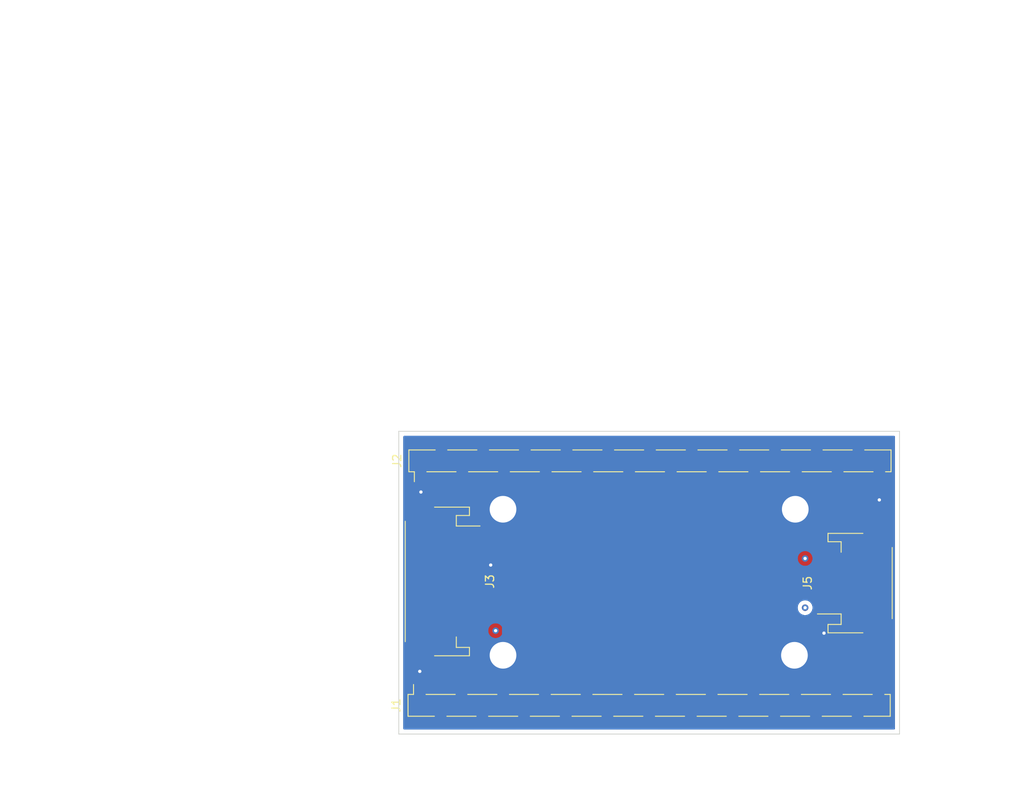
<source format=kicad_pcb>
(kicad_pcb (version 20171130) (host pcbnew "(5.1.10-1-10_14)")

  (general
    (thickness 1.6)
    (drawings 14)
    (tracks 77)
    (zones 0)
    (modules 4)
    (nets 11)
  )

  (page A4)
  (layers
    (0 F.Cu signal)
    (31 B.Cu signal)
    (32 B.Adhes user)
    (33 F.Adhes user)
    (34 B.Paste user)
    (35 F.Paste user)
    (36 B.SilkS user)
    (37 F.SilkS user)
    (38 B.Mask user)
    (39 F.Mask user)
    (40 Dwgs.User user)
    (41 Cmts.User user)
    (42 Eco1.User user)
    (43 Eco2.User user)
    (44 Edge.Cuts user)
    (45 Margin user)
    (46 B.CrtYd user)
    (47 F.CrtYd user)
    (48 B.Fab user)
    (49 F.Fab user)
  )

  (setup
    (last_trace_width 0.25)
    (trace_clearance 0.2)
    (zone_clearance 0.508)
    (zone_45_only no)
    (trace_min 0.2)
    (via_size 0.8)
    (via_drill 0.4)
    (via_min_size 0.4)
    (via_min_drill 0.3)
    (uvia_size 0.3)
    (uvia_drill 0.1)
    (uvias_allowed no)
    (uvia_min_size 0.2)
    (uvia_min_drill 0.1)
    (edge_width 0.1)
    (segment_width 0.2)
    (pcb_text_width 0.3)
    (pcb_text_size 1.5 1.5)
    (mod_edge_width 0.15)
    (mod_text_size 1 1)
    (mod_text_width 0.15)
    (pad_size 1.524 1.524)
    (pad_drill 0.762)
    (pad_to_mask_clearance 0)
    (aux_axis_origin 50 130)
    (grid_origin 50 130)
    (visible_elements FFFFFF7F)
    (pcbplotparams
      (layerselection 0x010fc_ffffffff)
      (usegerberextensions false)
      (usegerberattributes true)
      (usegerberadvancedattributes true)
      (creategerberjobfile true)
      (excludeedgelayer true)
      (linewidth 0.100000)
      (plotframeref false)
      (viasonmask false)
      (mode 1)
      (useauxorigin false)
      (hpglpennumber 1)
      (hpglpenspeed 20)
      (hpglpendiameter 15.000000)
      (psnegative false)
      (psa4output false)
      (plotreference true)
      (plotvalue true)
      (plotinvisibletext false)
      (padsonsilk false)
      (subtractmaskfromsilk false)
      (outputformat 1)
      (mirror false)
      (drillshape 1)
      (scaleselection 1)
      (outputdirectory ""))
  )

  (net 0 "")
  (net 1 GND)
  (net 2 +5V)
  (net 3 /IO18)
  (net 4 /IO17)
  (net 5 +3V3)
  (net 6 /IO35)
  (net 7 /IO36)
  (net 8 /IO37)
  (net 9 /IO38)
  (net 10 /IO39)

  (net_class Default 这是默认网络类。
    (clearance 0.2)
    (trace_width 0.25)
    (via_dia 0.8)
    (via_drill 0.4)
    (uvia_dia 0.3)
    (uvia_drill 0.1)
    (add_net +3V3)
    (add_net +5V)
    (add_net /EN)
    (add_net /IO0)
    (add_net /IO1)
    (add_net /IO10)
    (add_net /IO11)
    (add_net /IO12)
    (add_net /IO13)
    (add_net /IO14)
    (add_net /IO15)
    (add_net /IO16)
    (add_net /IO17)
    (add_net /IO18)
    (add_net /IO19)
    (add_net /IO2)
    (add_net /IO20)
    (add_net /IO21)
    (add_net /IO26)
    (add_net /IO3)
    (add_net /IO33)
    (add_net /IO34)
    (add_net /IO35)
    (add_net /IO36)
    (add_net /IO37)
    (add_net /IO38)
    (add_net /IO39)
    (add_net /IO4)
    (add_net /IO40)
    (add_net /IO41)
    (add_net /IO42)
    (add_net /IO45)
    (add_net /IO46)
    (add_net /IO5)
    (add_net /IO6)
    (add_net /IO7)
    (add_net /IO8)
    (add_net /IO9)
    (add_net /RXD0)
    (add_net /TXD0)
    (add_net GND)
  )

  (module Connector_PinSocket_2.54mm:PinSocket_1x23_P2.54mm_Vertical_SMD_Pin1Left (layer F.Cu) (tedit 5A19A41F) (tstamp 60BD8CE7)
    (at 80.6 96.7 90)
    (descr "surface-mounted straight socket strip, 1x23, 2.54mm pitch, single row, style 1 (pin 1 left) (https://cdn.harwin.com/pdfs/M20-786.pdf), script generated")
    (tags "Surface mounted socket strip SMD 1x23 2.54mm single row style1 pin1 left")
    (path /60B86622)
    (attr smd)
    (fp_text reference J2 (at 0 -30.81 90) (layer F.SilkS)
      (effects (font (size 1 1) (thickness 0.15)))
    )
    (fp_text value Conn_01x23_Female (at 0 30.81 90) (layer F.Fab)
      (effects (font (size 1 1) (thickness 0.15)))
    )
    (fp_text user %R (at 0 0) (layer F.Fab)
      (effects (font (size 1 1) (thickness 0.15)))
    )
    (fp_line (start -1.33 -29.37) (end 1.33 -29.37) (layer F.SilkS) (width 0.12))
    (fp_line (start 1.33 -29.37) (end 1.33 -26.16) (layer F.SilkS) (width 0.12))
    (fp_line (start 1.33 -24.64) (end 1.33 -21.08) (layer F.SilkS) (width 0.12))
    (fp_line (start 1.33 -19.56) (end 1.33 -16) (layer F.SilkS) (width 0.12))
    (fp_line (start 1.33 -14.48) (end 1.33 -10.92) (layer F.SilkS) (width 0.12))
    (fp_line (start 1.33 -9.4) (end 1.33 -5.84) (layer F.SilkS) (width 0.12))
    (fp_line (start 1.33 -4.32) (end 1.33 -0.76) (layer F.SilkS) (width 0.12))
    (fp_line (start 1.33 0.76) (end 1.33 4.32) (layer F.SilkS) (width 0.12))
    (fp_line (start 1.33 5.84) (end 1.33 9.4) (layer F.SilkS) (width 0.12))
    (fp_line (start 1.33 10.92) (end 1.33 14.48) (layer F.SilkS) (width 0.12))
    (fp_line (start 1.33 16) (end 1.33 19.56) (layer F.SilkS) (width 0.12))
    (fp_line (start 1.33 21.08) (end 1.33 24.64) (layer F.SilkS) (width 0.12))
    (fp_line (start 1.33 26.16) (end 1.33 29.37) (layer F.SilkS) (width 0.12))
    (fp_line (start -1.33 29.37) (end 1.33 29.37) (layer F.SilkS) (width 0.12))
    (fp_line (start -1.33 -29.37) (end -1.33 -28.7) (layer F.SilkS) (width 0.12))
    (fp_line (start -1.33 -27.18) (end -1.33 -23.62) (layer F.SilkS) (width 0.12))
    (fp_line (start -1.33 -22.1) (end -1.33 -18.54) (layer F.SilkS) (width 0.12))
    (fp_line (start -1.33 -17.02) (end -1.33 -13.46) (layer F.SilkS) (width 0.12))
    (fp_line (start -1.33 -11.94) (end -1.33 -8.38) (layer F.SilkS) (width 0.12))
    (fp_line (start -1.33 -6.86) (end -1.33 -3.3) (layer F.SilkS) (width 0.12))
    (fp_line (start -1.33 -1.78) (end -1.33 1.78) (layer F.SilkS) (width 0.12))
    (fp_line (start -1.33 3.3) (end -1.33 6.86) (layer F.SilkS) (width 0.12))
    (fp_line (start -1.33 8.38) (end -1.33 11.94) (layer F.SilkS) (width 0.12))
    (fp_line (start -1.33 13.46) (end -1.33 17.02) (layer F.SilkS) (width 0.12))
    (fp_line (start -1.33 18.54) (end -1.33 22.1) (layer F.SilkS) (width 0.12))
    (fp_line (start -1.33 23.62) (end -1.33 27.18) (layer F.SilkS) (width 0.12))
    (fp_line (start -1.33 28.7) (end -1.33 29.37) (layer F.SilkS) (width 0.12))
    (fp_line (start -2.54 -28.7) (end -1.33 -28.7) (layer F.SilkS) (width 0.12))
    (fp_line (start -0.635 -29.31) (end 1.27 -29.31) (layer F.Fab) (width 0.1))
    (fp_line (start 1.27 -29.31) (end 1.27 29.31) (layer F.Fab) (width 0.1))
    (fp_line (start 1.27 29.31) (end -1.27 29.31) (layer F.Fab) (width 0.1))
    (fp_line (start -1.27 29.31) (end -1.27 -28.675) (layer F.Fab) (width 0.1))
    (fp_line (start -1.27 -28.675) (end -0.635 -29.31) (layer F.Fab) (width 0.1))
    (fp_line (start -2.27 -28.24) (end -1.27 -28.24) (layer F.Fab) (width 0.1))
    (fp_line (start -1.27 -27.64) (end -2.27 -27.64) (layer F.Fab) (width 0.1))
    (fp_line (start -2.27 -27.64) (end -2.27 -28.24) (layer F.Fab) (width 0.1))
    (fp_line (start 1.27 -25.7) (end 2.27 -25.7) (layer F.Fab) (width 0.1))
    (fp_line (start 2.27 -25.7) (end 2.27 -25.1) (layer F.Fab) (width 0.1))
    (fp_line (start 2.27 -25.1) (end 1.27 -25.1) (layer F.Fab) (width 0.1))
    (fp_line (start -2.27 -23.16) (end -1.27 -23.16) (layer F.Fab) (width 0.1))
    (fp_line (start -1.27 -22.56) (end -2.27 -22.56) (layer F.Fab) (width 0.1))
    (fp_line (start -2.27 -22.56) (end -2.27 -23.16) (layer F.Fab) (width 0.1))
    (fp_line (start 1.27 -20.62) (end 2.27 -20.62) (layer F.Fab) (width 0.1))
    (fp_line (start 2.27 -20.62) (end 2.27 -20.02) (layer F.Fab) (width 0.1))
    (fp_line (start 2.27 -20.02) (end 1.27 -20.02) (layer F.Fab) (width 0.1))
    (fp_line (start -2.27 -18.08) (end -1.27 -18.08) (layer F.Fab) (width 0.1))
    (fp_line (start -1.27 -17.48) (end -2.27 -17.48) (layer F.Fab) (width 0.1))
    (fp_line (start -2.27 -17.48) (end -2.27 -18.08) (layer F.Fab) (width 0.1))
    (fp_line (start 1.27 -15.54) (end 2.27 -15.54) (layer F.Fab) (width 0.1))
    (fp_line (start 2.27 -15.54) (end 2.27 -14.94) (layer F.Fab) (width 0.1))
    (fp_line (start 2.27 -14.94) (end 1.27 -14.94) (layer F.Fab) (width 0.1))
    (fp_line (start -2.27 -13) (end -1.27 -13) (layer F.Fab) (width 0.1))
    (fp_line (start -1.27 -12.4) (end -2.27 -12.4) (layer F.Fab) (width 0.1))
    (fp_line (start -2.27 -12.4) (end -2.27 -13) (layer F.Fab) (width 0.1))
    (fp_line (start 1.27 -10.46) (end 2.27 -10.46) (layer F.Fab) (width 0.1))
    (fp_line (start 2.27 -10.46) (end 2.27 -9.86) (layer F.Fab) (width 0.1))
    (fp_line (start 2.27 -9.86) (end 1.27 -9.86) (layer F.Fab) (width 0.1))
    (fp_line (start -2.27 -7.92) (end -1.27 -7.92) (layer F.Fab) (width 0.1))
    (fp_line (start -1.27 -7.32) (end -2.27 -7.32) (layer F.Fab) (width 0.1))
    (fp_line (start -2.27 -7.32) (end -2.27 -7.92) (layer F.Fab) (width 0.1))
    (fp_line (start 1.27 -5.38) (end 2.27 -5.38) (layer F.Fab) (width 0.1))
    (fp_line (start 2.27 -5.38) (end 2.27 -4.78) (layer F.Fab) (width 0.1))
    (fp_line (start 2.27 -4.78) (end 1.27 -4.78) (layer F.Fab) (width 0.1))
    (fp_line (start -2.27 -2.84) (end -1.27 -2.84) (layer F.Fab) (width 0.1))
    (fp_line (start -1.27 -2.24) (end -2.27 -2.24) (layer F.Fab) (width 0.1))
    (fp_line (start -2.27 -2.24) (end -2.27 -2.84) (layer F.Fab) (width 0.1))
    (fp_line (start 1.27 -0.3) (end 2.27 -0.3) (layer F.Fab) (width 0.1))
    (fp_line (start 2.27 -0.3) (end 2.27 0.3) (layer F.Fab) (width 0.1))
    (fp_line (start 2.27 0.3) (end 1.27 0.3) (layer F.Fab) (width 0.1))
    (fp_line (start -2.27 2.24) (end -1.27 2.24) (layer F.Fab) (width 0.1))
    (fp_line (start -1.27 2.84) (end -2.27 2.84) (layer F.Fab) (width 0.1))
    (fp_line (start -2.27 2.84) (end -2.27 2.24) (layer F.Fab) (width 0.1))
    (fp_line (start 1.27 4.78) (end 2.27 4.78) (layer F.Fab) (width 0.1))
    (fp_line (start 2.27 4.78) (end 2.27 5.38) (layer F.Fab) (width 0.1))
    (fp_line (start 2.27 5.38) (end 1.27 5.38) (layer F.Fab) (width 0.1))
    (fp_line (start -2.27 7.32) (end -1.27 7.32) (layer F.Fab) (width 0.1))
    (fp_line (start -1.27 7.92) (end -2.27 7.92) (layer F.Fab) (width 0.1))
    (fp_line (start -2.27 7.92) (end -2.27 7.32) (layer F.Fab) (width 0.1))
    (fp_line (start 1.27 9.86) (end 2.27 9.86) (layer F.Fab) (width 0.1))
    (fp_line (start 2.27 9.86) (end 2.27 10.46) (layer F.Fab) (width 0.1))
    (fp_line (start 2.27 10.46) (end 1.27 10.46) (layer F.Fab) (width 0.1))
    (fp_line (start -2.27 12.4) (end -1.27 12.4) (layer F.Fab) (width 0.1))
    (fp_line (start -1.27 13) (end -2.27 13) (layer F.Fab) (width 0.1))
    (fp_line (start -2.27 13) (end -2.27 12.4) (layer F.Fab) (width 0.1))
    (fp_line (start 1.27 14.94) (end 2.27 14.94) (layer F.Fab) (width 0.1))
    (fp_line (start 2.27 14.94) (end 2.27 15.54) (layer F.Fab) (width 0.1))
    (fp_line (start 2.27 15.54) (end 1.27 15.54) (layer F.Fab) (width 0.1))
    (fp_line (start -2.27 17.48) (end -1.27 17.48) (layer F.Fab) (width 0.1))
    (fp_line (start -1.27 18.08) (end -2.27 18.08) (layer F.Fab) (width 0.1))
    (fp_line (start -2.27 18.08) (end -2.27 17.48) (layer F.Fab) (width 0.1))
    (fp_line (start 1.27 20.02) (end 2.27 20.02) (layer F.Fab) (width 0.1))
    (fp_line (start 2.27 20.02) (end 2.27 20.62) (layer F.Fab) (width 0.1))
    (fp_line (start 2.27 20.62) (end 1.27 20.62) (layer F.Fab) (width 0.1))
    (fp_line (start -2.27 22.56) (end -1.27 22.56) (layer F.Fab) (width 0.1))
    (fp_line (start -1.27 23.16) (end -2.27 23.16) (layer F.Fab) (width 0.1))
    (fp_line (start -2.27 23.16) (end -2.27 22.56) (layer F.Fab) (width 0.1))
    (fp_line (start 1.27 25.1) (end 2.27 25.1) (layer F.Fab) (width 0.1))
    (fp_line (start 2.27 25.1) (end 2.27 25.7) (layer F.Fab) (width 0.1))
    (fp_line (start 2.27 25.7) (end 1.27 25.7) (layer F.Fab) (width 0.1))
    (fp_line (start -2.27 27.64) (end -1.27 27.64) (layer F.Fab) (width 0.1))
    (fp_line (start -1.27 28.24) (end -2.27 28.24) (layer F.Fab) (width 0.1))
    (fp_line (start -2.27 28.24) (end -2.27 27.64) (layer F.Fab) (width 0.1))
    (fp_line (start -3.1 -29.85) (end 3.1 -29.85) (layer F.CrtYd) (width 0.05))
    (fp_line (start 3.1 -29.85) (end 3.1 29.8) (layer F.CrtYd) (width 0.05))
    (fp_line (start 3.1 29.8) (end -3.1 29.8) (layer F.CrtYd) (width 0.05))
    (fp_line (start -3.1 29.8) (end -3.1 -29.85) (layer F.CrtYd) (width 0.05))
    (pad 22 smd rect (at 1.65 25.4 90) (size 1.9 1) (layers F.Cu F.Paste F.Mask)
      (net 2 +5V))
    (pad 20 smd rect (at 1.65 20.32 90) (size 1.9 1) (layers F.Cu F.Paste F.Mask))
    (pad 18 smd rect (at 1.65 15.24 90) (size 1.9 1) (layers F.Cu F.Paste F.Mask))
    (pad 16 smd rect (at 1.65 10.16 90) (size 1.9 1) (layers F.Cu F.Paste F.Mask))
    (pad 14 smd rect (at 1.65 5.08 90) (size 1.9 1) (layers F.Cu F.Paste F.Mask)
      (net 7 /IO36))
    (pad 12 smd rect (at 1.65 0 90) (size 1.9 1) (layers F.Cu F.Paste F.Mask)
      (net 9 /IO38))
    (pad 10 smd rect (at 1.65 -5.08 90) (size 1.9 1) (layers F.Cu F.Paste F.Mask))
    (pad 8 smd rect (at 1.65 -10.16 90) (size 1.9 1) (layers F.Cu F.Paste F.Mask))
    (pad 6 smd rect (at 1.65 -15.24 90) (size 1.9 1) (layers F.Cu F.Paste F.Mask))
    (pad 4 smd rect (at 1.65 -20.32 90) (size 1.9 1) (layers F.Cu F.Paste F.Mask))
    (pad 2 smd rect (at 1.65 -25.4 90) (size 1.9 1) (layers F.Cu F.Paste F.Mask)
      (net 5 +3V3))
    (pad 23 smd rect (at -1.65 27.94 90) (size 1.9 1) (layers F.Cu F.Paste F.Mask)
      (net 1 GND))
    (pad 21 smd rect (at -1.65 22.86 90) (size 1.9 1) (layers F.Cu F.Paste F.Mask))
    (pad 19 smd rect (at -1.65 17.78 90) (size 1.9 1) (layers F.Cu F.Paste F.Mask))
    (pad 17 smd rect (at -1.65 12.7 90) (size 1.9 1) (layers F.Cu F.Paste F.Mask))
    (pad 15 smd rect (at -1.65 7.62 90) (size 1.9 1) (layers F.Cu F.Paste F.Mask)
      (net 6 /IO35))
    (pad 13 smd rect (at -1.65 2.54 90) (size 1.9 1) (layers F.Cu F.Paste F.Mask)
      (net 8 /IO37))
    (pad 11 smd rect (at -1.65 -2.54 90) (size 1.9 1) (layers F.Cu F.Paste F.Mask)
      (net 10 /IO39))
    (pad 9 smd rect (at -1.65 -7.62 90) (size 1.9 1) (layers F.Cu F.Paste F.Mask))
    (pad 7 smd rect (at -1.65 -12.7 90) (size 1.9 1) (layers F.Cu F.Paste F.Mask))
    (pad 5 smd rect (at -1.65 -17.78 90) (size 1.9 1) (layers F.Cu F.Paste F.Mask))
    (pad 3 smd rect (at -1.65 -22.86 90) (size 1.9 1) (layers F.Cu F.Paste F.Mask))
    (pad 1 smd rect (at -1.65 -27.94 90) (size 1.9 1) (layers F.Cu F.Paste F.Mask)
      (net 1 GND))
    (model ${KISYS3DMOD}/Connector_PinSocket_2.54mm.3dshapes/PinSocket_1x23_P2.54mm_Vertical_SMD_Pin1Left.wrl
      (at (xyz 0 0 0))
      (scale (xyz 1 1 1))
      (rotate (xyz 0 0 0))
    )
  )

  (module Connector_PinSocket_2.54mm:PinSocket_1x23_P2.54mm_Vertical_SMD_Pin1Right (layer F.Cu) (tedit 5A19A42E) (tstamp 60BD8CBC)
    (at 80.5 126.5 90)
    (descr "surface-mounted straight socket strip, 1x23, 2.54mm pitch, single row, style 2 (pin 1 right) (https://cdn.harwin.com/pdfs/M20-786.pdf), script generated")
    (tags "Surface mounted socket strip SMD 1x23 2.54mm single row style2 pin1 right")
    (path /60B8459D)
    (attr smd)
    (fp_text reference J1 (at 0 -30.81 90) (layer F.SilkS)
      (effects (font (size 1 1) (thickness 0.15)))
    )
    (fp_text value Conn_01x23_Female (at 0 30.81 90) (layer F.Fab)
      (effects (font (size 1 1) (thickness 0.15)))
    )
    (fp_line (start -3.1 29.8) (end -3.1 -29.85) (layer F.CrtYd) (width 0.05))
    (fp_line (start 3.1 29.8) (end -3.1 29.8) (layer F.CrtYd) (width 0.05))
    (fp_line (start 3.1 -29.85) (end 3.1 29.8) (layer F.CrtYd) (width 0.05))
    (fp_line (start -3.1 -29.85) (end 3.1 -29.85) (layer F.CrtYd) (width 0.05))
    (fp_line (start 2.27 28.24) (end 1.27 28.24) (layer F.Fab) (width 0.1))
    (fp_line (start 2.27 27.64) (end 2.27 28.24) (layer F.Fab) (width 0.1))
    (fp_line (start 1.27 27.64) (end 2.27 27.64) (layer F.Fab) (width 0.1))
    (fp_line (start -2.27 25.7) (end -2.27 25.1) (layer F.Fab) (width 0.1))
    (fp_line (start -1.27 25.7) (end -2.27 25.7) (layer F.Fab) (width 0.1))
    (fp_line (start -2.27 25.1) (end -1.27 25.1) (layer F.Fab) (width 0.1))
    (fp_line (start 2.27 23.16) (end 1.27 23.16) (layer F.Fab) (width 0.1))
    (fp_line (start 2.27 22.56) (end 2.27 23.16) (layer F.Fab) (width 0.1))
    (fp_line (start 1.27 22.56) (end 2.27 22.56) (layer F.Fab) (width 0.1))
    (fp_line (start -2.27 20.62) (end -2.27 20.02) (layer F.Fab) (width 0.1))
    (fp_line (start -1.27 20.62) (end -2.27 20.62) (layer F.Fab) (width 0.1))
    (fp_line (start -2.27 20.02) (end -1.27 20.02) (layer F.Fab) (width 0.1))
    (fp_line (start 2.27 18.08) (end 1.27 18.08) (layer F.Fab) (width 0.1))
    (fp_line (start 2.27 17.48) (end 2.27 18.08) (layer F.Fab) (width 0.1))
    (fp_line (start 1.27 17.48) (end 2.27 17.48) (layer F.Fab) (width 0.1))
    (fp_line (start -2.27 15.54) (end -2.27 14.94) (layer F.Fab) (width 0.1))
    (fp_line (start -1.27 15.54) (end -2.27 15.54) (layer F.Fab) (width 0.1))
    (fp_line (start -2.27 14.94) (end -1.27 14.94) (layer F.Fab) (width 0.1))
    (fp_line (start 2.27 13) (end 1.27 13) (layer F.Fab) (width 0.1))
    (fp_line (start 2.27 12.4) (end 2.27 13) (layer F.Fab) (width 0.1))
    (fp_line (start 1.27 12.4) (end 2.27 12.4) (layer F.Fab) (width 0.1))
    (fp_line (start -2.27 10.46) (end -2.27 9.86) (layer F.Fab) (width 0.1))
    (fp_line (start -1.27 10.46) (end -2.27 10.46) (layer F.Fab) (width 0.1))
    (fp_line (start -2.27 9.86) (end -1.27 9.86) (layer F.Fab) (width 0.1))
    (fp_line (start 2.27 7.92) (end 1.27 7.92) (layer F.Fab) (width 0.1))
    (fp_line (start 2.27 7.32) (end 2.27 7.92) (layer F.Fab) (width 0.1))
    (fp_line (start 1.27 7.32) (end 2.27 7.32) (layer F.Fab) (width 0.1))
    (fp_line (start -2.27 5.38) (end -2.27 4.78) (layer F.Fab) (width 0.1))
    (fp_line (start -1.27 5.38) (end -2.27 5.38) (layer F.Fab) (width 0.1))
    (fp_line (start -2.27 4.78) (end -1.27 4.78) (layer F.Fab) (width 0.1))
    (fp_line (start 2.27 2.84) (end 1.27 2.84) (layer F.Fab) (width 0.1))
    (fp_line (start 2.27 2.24) (end 2.27 2.84) (layer F.Fab) (width 0.1))
    (fp_line (start 1.27 2.24) (end 2.27 2.24) (layer F.Fab) (width 0.1))
    (fp_line (start -2.27 0.3) (end -2.27 -0.3) (layer F.Fab) (width 0.1))
    (fp_line (start -1.27 0.3) (end -2.27 0.3) (layer F.Fab) (width 0.1))
    (fp_line (start -2.27 -0.3) (end -1.27 -0.3) (layer F.Fab) (width 0.1))
    (fp_line (start 2.27 -2.24) (end 1.27 -2.24) (layer F.Fab) (width 0.1))
    (fp_line (start 2.27 -2.84) (end 2.27 -2.24) (layer F.Fab) (width 0.1))
    (fp_line (start 1.27 -2.84) (end 2.27 -2.84) (layer F.Fab) (width 0.1))
    (fp_line (start -2.27 -4.78) (end -2.27 -5.38) (layer F.Fab) (width 0.1))
    (fp_line (start -1.27 -4.78) (end -2.27 -4.78) (layer F.Fab) (width 0.1))
    (fp_line (start -2.27 -5.38) (end -1.27 -5.38) (layer F.Fab) (width 0.1))
    (fp_line (start 2.27 -7.32) (end 1.27 -7.32) (layer F.Fab) (width 0.1))
    (fp_line (start 2.27 -7.92) (end 2.27 -7.32) (layer F.Fab) (width 0.1))
    (fp_line (start 1.27 -7.92) (end 2.27 -7.92) (layer F.Fab) (width 0.1))
    (fp_line (start -2.27 -9.86) (end -2.27 -10.46) (layer F.Fab) (width 0.1))
    (fp_line (start -1.27 -9.86) (end -2.27 -9.86) (layer F.Fab) (width 0.1))
    (fp_line (start -2.27 -10.46) (end -1.27 -10.46) (layer F.Fab) (width 0.1))
    (fp_line (start 2.27 -12.4) (end 1.27 -12.4) (layer F.Fab) (width 0.1))
    (fp_line (start 2.27 -13) (end 2.27 -12.4) (layer F.Fab) (width 0.1))
    (fp_line (start 1.27 -13) (end 2.27 -13) (layer F.Fab) (width 0.1))
    (fp_line (start -2.27 -14.94) (end -2.27 -15.54) (layer F.Fab) (width 0.1))
    (fp_line (start -1.27 -14.94) (end -2.27 -14.94) (layer F.Fab) (width 0.1))
    (fp_line (start -2.27 -15.54) (end -1.27 -15.54) (layer F.Fab) (width 0.1))
    (fp_line (start 2.27 -17.48) (end 1.27 -17.48) (layer F.Fab) (width 0.1))
    (fp_line (start 2.27 -18.08) (end 2.27 -17.48) (layer F.Fab) (width 0.1))
    (fp_line (start 1.27 -18.08) (end 2.27 -18.08) (layer F.Fab) (width 0.1))
    (fp_line (start -2.27 -20.02) (end -2.27 -20.62) (layer F.Fab) (width 0.1))
    (fp_line (start -1.27 -20.02) (end -2.27 -20.02) (layer F.Fab) (width 0.1))
    (fp_line (start -2.27 -20.62) (end -1.27 -20.62) (layer F.Fab) (width 0.1))
    (fp_line (start 2.27 -22.56) (end 1.27 -22.56) (layer F.Fab) (width 0.1))
    (fp_line (start 2.27 -23.16) (end 2.27 -22.56) (layer F.Fab) (width 0.1))
    (fp_line (start 1.27 -23.16) (end 2.27 -23.16) (layer F.Fab) (width 0.1))
    (fp_line (start -2.27 -25.1) (end -2.27 -25.7) (layer F.Fab) (width 0.1))
    (fp_line (start -1.27 -25.1) (end -2.27 -25.1) (layer F.Fab) (width 0.1))
    (fp_line (start -2.27 -25.7) (end -1.27 -25.7) (layer F.Fab) (width 0.1))
    (fp_line (start 2.27 -27.64) (end 1.27 -27.64) (layer F.Fab) (width 0.1))
    (fp_line (start 2.27 -28.24) (end 2.27 -27.64) (layer F.Fab) (width 0.1))
    (fp_line (start 1.27 -28.24) (end 2.27 -28.24) (layer F.Fab) (width 0.1))
    (fp_line (start -1.27 29.31) (end -1.27 -29.31) (layer F.Fab) (width 0.1))
    (fp_line (start 1.27 29.31) (end -1.27 29.31) (layer F.Fab) (width 0.1))
    (fp_line (start 1.27 -28.675) (end 1.27 29.31) (layer F.Fab) (width 0.1))
    (fp_line (start 0.635 -29.31) (end 1.27 -28.675) (layer F.Fab) (width 0.1))
    (fp_line (start -1.27 -29.31) (end 0.635 -29.31) (layer F.Fab) (width 0.1))
    (fp_line (start 1.33 -28.7) (end 2.54 -28.7) (layer F.SilkS) (width 0.12))
    (fp_line (start -1.33 26.16) (end -1.33 29.37) (layer F.SilkS) (width 0.12))
    (fp_line (start -1.33 21.08) (end -1.33 24.64) (layer F.SilkS) (width 0.12))
    (fp_line (start -1.33 16) (end -1.33 19.56) (layer F.SilkS) (width 0.12))
    (fp_line (start -1.33 10.92) (end -1.33 14.48) (layer F.SilkS) (width 0.12))
    (fp_line (start -1.33 5.84) (end -1.33 9.4) (layer F.SilkS) (width 0.12))
    (fp_line (start -1.33 0.76) (end -1.33 4.32) (layer F.SilkS) (width 0.12))
    (fp_line (start -1.33 -4.32) (end -1.33 -0.76) (layer F.SilkS) (width 0.12))
    (fp_line (start -1.33 -9.4) (end -1.33 -5.84) (layer F.SilkS) (width 0.12))
    (fp_line (start -1.33 -14.48) (end -1.33 -10.92) (layer F.SilkS) (width 0.12))
    (fp_line (start -1.33 -19.56) (end -1.33 -16) (layer F.SilkS) (width 0.12))
    (fp_line (start -1.33 -24.64) (end -1.33 -21.08) (layer F.SilkS) (width 0.12))
    (fp_line (start -1.33 -29.37) (end -1.33 -26.16) (layer F.SilkS) (width 0.12))
    (fp_line (start -1.33 29.37) (end 1.33 29.37) (layer F.SilkS) (width 0.12))
    (fp_line (start 1.33 28.7) (end 1.33 29.37) (layer F.SilkS) (width 0.12))
    (fp_line (start 1.33 23.62) (end 1.33 27.18) (layer F.SilkS) (width 0.12))
    (fp_line (start 1.33 18.54) (end 1.33 22.1) (layer F.SilkS) (width 0.12))
    (fp_line (start 1.33 13.46) (end 1.33 17.02) (layer F.SilkS) (width 0.12))
    (fp_line (start 1.33 8.38) (end 1.33 11.94) (layer F.SilkS) (width 0.12))
    (fp_line (start 1.33 3.3) (end 1.33 6.86) (layer F.SilkS) (width 0.12))
    (fp_line (start 1.33 -1.78) (end 1.33 1.78) (layer F.SilkS) (width 0.12))
    (fp_line (start 1.33 -6.86) (end 1.33 -3.3) (layer F.SilkS) (width 0.12))
    (fp_line (start 1.33 -11.94) (end 1.33 -8.38) (layer F.SilkS) (width 0.12))
    (fp_line (start 1.33 -17.02) (end 1.33 -13.46) (layer F.SilkS) (width 0.12))
    (fp_line (start 1.33 -22.1) (end 1.33 -18.54) (layer F.SilkS) (width 0.12))
    (fp_line (start 1.33 -27.18) (end 1.33 -23.62) (layer F.SilkS) (width 0.12))
    (fp_line (start 1.33 -29.37) (end 1.33 -28.7) (layer F.SilkS) (width 0.12))
    (fp_line (start -1.33 -29.37) (end 1.33 -29.37) (layer F.SilkS) (width 0.12))
    (fp_text user %R (at 0 0) (layer F.Fab)
      (effects (font (size 1 1) (thickness 0.15)))
    )
    (pad 23 smd rect (at 1.65 27.94 90) (size 1.9 1) (layers F.Cu F.Paste F.Mask)
      (net 1 GND))
    (pad 21 smd rect (at 1.65 22.86 90) (size 1.9 1) (layers F.Cu F.Paste F.Mask)
      (net 3 /IO18))
    (pad 19 smd rect (at 1.65 17.78 90) (size 1.9 1) (layers F.Cu F.Paste F.Mask))
    (pad 17 smd rect (at 1.65 12.7 90) (size 1.9 1) (layers F.Cu F.Paste F.Mask))
    (pad 15 smd rect (at 1.65 7.62 90) (size 1.9 1) (layers F.Cu F.Paste F.Mask))
    (pad 13 smd rect (at 1.65 2.54 90) (size 1.9 1) (layers F.Cu F.Paste F.Mask))
    (pad 11 smd rect (at 1.65 -2.54 90) (size 1.9 1) (layers F.Cu F.Paste F.Mask))
    (pad 9 smd rect (at 1.65 -7.62 90) (size 1.9 1) (layers F.Cu F.Paste F.Mask))
    (pad 7 smd rect (at 1.65 -12.7 90) (size 1.9 1) (layers F.Cu F.Paste F.Mask))
    (pad 5 smd rect (at 1.65 -17.78 90) (size 1.9 1) (layers F.Cu F.Paste F.Mask))
    (pad 3 smd rect (at 1.65 -22.86 90) (size 1.9 1) (layers F.Cu F.Paste F.Mask))
    (pad 1 smd rect (at 1.65 -27.94 90) (size 1.9 1) (layers F.Cu F.Paste F.Mask)
      (net 1 GND))
    (pad 22 smd rect (at -1.65 25.4 90) (size 1.9 1) (layers F.Cu F.Paste F.Mask)
      (net 2 +5V))
    (pad 20 smd rect (at -1.65 20.32 90) (size 1.9 1) (layers F.Cu F.Paste F.Mask)
      (net 4 /IO17))
    (pad 18 smd rect (at -1.65 15.24 90) (size 1.9 1) (layers F.Cu F.Paste F.Mask))
    (pad 16 smd rect (at -1.65 10.16 90) (size 1.9 1) (layers F.Cu F.Paste F.Mask))
    (pad 14 smd rect (at -1.65 5.08 90) (size 1.9 1) (layers F.Cu F.Paste F.Mask))
    (pad 12 smd rect (at -1.65 0 90) (size 1.9 1) (layers F.Cu F.Paste F.Mask))
    (pad 10 smd rect (at -1.65 -5.08 90) (size 1.9 1) (layers F.Cu F.Paste F.Mask))
    (pad 8 smd rect (at -1.65 -10.16 90) (size 1.9 1) (layers F.Cu F.Paste F.Mask))
    (pad 6 smd rect (at -1.65 -15.24 90) (size 1.9 1) (layers F.Cu F.Paste F.Mask))
    (pad 4 smd rect (at -1.65 -20.32 90) (size 1.9 1) (layers F.Cu F.Paste F.Mask))
    (pad 2 smd rect (at -1.65 -25.4 90) (size 1.9 1) (layers F.Cu F.Paste F.Mask)
      (net 5 +3V3))
    (model ${KISYS3DMOD}/Connector_PinSocket_2.54mm.3dshapes/PinSocket_1x23_P2.54mm_Vertical_SMD_Pin1Right.wrl
      (at (xyz 0 0 0))
      (scale (xyz 1 1 1))
      (rotate (xyz 0 0 0))
    )
  )

  (module Connector_JST:JST_PH_S4B-PH-SM4-TB_1x04-1MP_P2.00mm_Horizontal (layer F.Cu) (tedit 5B78AD87) (tstamp 60BF244B)
    (at 105.6 111.6 90)
    (descr "JST PH series connector, S4B-PH-SM4-TB (http://www.jst-mfg.com/product/pdf/eng/ePH.pdf), generated with kicad-footprint-generator")
    (tags "connector JST PH top entry")
    (path /60B84E09)
    (attr smd)
    (fp_text reference J5 (at 0 -5.8 90) (layer F.SilkS)
      (effects (font (size 1 1) (thickness 0.15)))
    )
    (fp_text value Conn_01x04_Male (at 0 5.8 90) (layer F.Fab) hide
      (effects (font (size 1 1) (thickness 0.15)))
    )
    (fp_line (start -5.95 -3.2) (end -5.15 -3.2) (layer F.Fab) (width 0.1))
    (fp_line (start -5.15 -3.2) (end -5.15 -1.6) (layer F.Fab) (width 0.1))
    (fp_line (start -5.15 -1.6) (end 5.15 -1.6) (layer F.Fab) (width 0.1))
    (fp_line (start 5.15 -1.6) (end 5.15 -3.2) (layer F.Fab) (width 0.1))
    (fp_line (start 5.15 -3.2) (end 5.95 -3.2) (layer F.Fab) (width 0.1))
    (fp_line (start -6.06 0.94) (end -6.06 -3.31) (layer F.SilkS) (width 0.12))
    (fp_line (start -6.06 -3.31) (end -5.04 -3.31) (layer F.SilkS) (width 0.12))
    (fp_line (start -5.04 -3.31) (end -5.04 -1.71) (layer F.SilkS) (width 0.12))
    (fp_line (start -5.04 -1.71) (end -3.76 -1.71) (layer F.SilkS) (width 0.12))
    (fp_line (start -3.76 -1.71) (end -3.76 -4.6) (layer F.SilkS) (width 0.12))
    (fp_line (start 6.06 0.94) (end 6.06 -3.31) (layer F.SilkS) (width 0.12))
    (fp_line (start 6.06 -3.31) (end 5.04 -3.31) (layer F.SilkS) (width 0.12))
    (fp_line (start 5.04 -3.31) (end 5.04 -1.71) (layer F.SilkS) (width 0.12))
    (fp_line (start 5.04 -1.71) (end 3.76 -1.71) (layer F.SilkS) (width 0.12))
    (fp_line (start -4.34 4.51) (end 4.34 4.51) (layer F.SilkS) (width 0.12))
    (fp_line (start -5.95 4.4) (end 5.95 4.4) (layer F.Fab) (width 0.1))
    (fp_line (start -5.95 -3.2) (end -5.95 4.4) (layer F.Fab) (width 0.1))
    (fp_line (start 5.95 -3.2) (end 5.95 4.4) (layer F.Fab) (width 0.1))
    (fp_line (start -6.6 -5.1) (end -6.6 5.1) (layer F.CrtYd) (width 0.05))
    (fp_line (start -6.6 5.1) (end 6.6 5.1) (layer F.CrtYd) (width 0.05))
    (fp_line (start 6.6 5.1) (end 6.6 -5.1) (layer F.CrtYd) (width 0.05))
    (fp_line (start 6.6 -5.1) (end -6.6 -5.1) (layer F.CrtYd) (width 0.05))
    (fp_line (start -3.5 -1.6) (end -3 -0.892893) (layer F.Fab) (width 0.1))
    (fp_line (start -3 -0.892893) (end -2.5 -1.6) (layer F.Fab) (width 0.1))
    (fp_text user %R (at 0 1.5 90) (layer F.Fab)
      (effects (font (size 1 1) (thickness 0.15)))
    )
    (pad MP smd roundrect (at 5.35 2.9 90) (size 1.5 3.4) (layers F.Cu F.Paste F.Mask) (roundrect_rratio 0.1666666666666667))
    (pad MP smd roundrect (at -5.35 2.9 90) (size 1.5 3.4) (layers F.Cu F.Paste F.Mask) (roundrect_rratio 0.1666666666666667))
    (pad 4 smd roundrect (at 3 -2.85 90) (size 1 3.5) (layers F.Cu F.Paste F.Mask) (roundrect_rratio 0.25)
      (net 2 +5V))
    (pad 3 smd roundrect (at 1 -2.85 90) (size 1 3.5) (layers F.Cu F.Paste F.Mask) (roundrect_rratio 0.25)
      (net 4 /IO17))
    (pad 2 smd roundrect (at -1 -2.85 90) (size 1 3.5) (layers F.Cu F.Paste F.Mask) (roundrect_rratio 0.25)
      (net 3 /IO18))
    (pad 1 smd roundrect (at -3 -2.85 90) (size 1 3.5) (layers F.Cu F.Paste F.Mask) (roundrect_rratio 0.25)
      (net 1 GND))
    (model ${KISYS3DMOD}/Connector_JST.3dshapes/JST_PH_S4B-PH-SM4-TB_1x04-1MP_P2.00mm_Horizontal.wrl
      (at (xyz 0 0 0))
      (scale (xyz 1 1 1))
      (rotate (xyz 0 0 0))
    )
  )

  (module Connector_JST:JST_PH_S7B-PH-SM4-TB_1x07-1MP_P2.00mm_Horizontal (layer F.Cu) (tedit 5B78AD87) (tstamp 60BD8D02)
    (at 55.3 111.4 270)
    (descr "JST PH series connector, S7B-PH-SM4-TB (http://www.jst-mfg.com/product/pdf/eng/ePH.pdf), generated with kicad-footprint-generator")
    (tags "connector JST PH top entry")
    (path /60B83836)
    (attr smd)
    (fp_text reference J3 (at 0 -5.8 90) (layer F.SilkS)
      (effects (font (size 1 1) (thickness 0.15)))
    )
    (fp_text value Conn_01x07_Female (at 0 5.8 90) (layer F.Fab) hide
      (effects (font (size 1 1) (thickness 0.15)))
    )
    (fp_line (start -8.95 -3.2) (end -8.15 -3.2) (layer F.Fab) (width 0.1))
    (fp_line (start -8.15 -3.2) (end -8.15 -1.6) (layer F.Fab) (width 0.1))
    (fp_line (start -8.15 -1.6) (end 8.15 -1.6) (layer F.Fab) (width 0.1))
    (fp_line (start 8.15 -1.6) (end 8.15 -3.2) (layer F.Fab) (width 0.1))
    (fp_line (start 8.15 -3.2) (end 8.95 -3.2) (layer F.Fab) (width 0.1))
    (fp_line (start -9.06 0.94) (end -9.06 -3.31) (layer F.SilkS) (width 0.12))
    (fp_line (start -9.06 -3.31) (end -8.04 -3.31) (layer F.SilkS) (width 0.12))
    (fp_line (start -8.04 -3.31) (end -8.04 -1.71) (layer F.SilkS) (width 0.12))
    (fp_line (start -8.04 -1.71) (end -6.76 -1.71) (layer F.SilkS) (width 0.12))
    (fp_line (start -6.76 -1.71) (end -6.76 -4.6) (layer F.SilkS) (width 0.12))
    (fp_line (start 9.06 0.94) (end 9.06 -3.31) (layer F.SilkS) (width 0.12))
    (fp_line (start 9.06 -3.31) (end 8.04 -3.31) (layer F.SilkS) (width 0.12))
    (fp_line (start 8.04 -3.31) (end 8.04 -1.71) (layer F.SilkS) (width 0.12))
    (fp_line (start 8.04 -1.71) (end 6.76 -1.71) (layer F.SilkS) (width 0.12))
    (fp_line (start -7.34 4.51) (end 7.34 4.51) (layer F.SilkS) (width 0.12))
    (fp_line (start -8.95 4.4) (end 8.95 4.4) (layer F.Fab) (width 0.1))
    (fp_line (start -8.95 -3.2) (end -8.95 4.4) (layer F.Fab) (width 0.1))
    (fp_line (start 8.95 -3.2) (end 8.95 4.4) (layer F.Fab) (width 0.1))
    (fp_line (start -9.6 -5.1) (end -9.6 5.1) (layer F.CrtYd) (width 0.05))
    (fp_line (start -9.6 5.1) (end 9.6 5.1) (layer F.CrtYd) (width 0.05))
    (fp_line (start 9.6 5.1) (end 9.6 -5.1) (layer F.CrtYd) (width 0.05))
    (fp_line (start 9.6 -5.1) (end -9.6 -5.1) (layer F.CrtYd) (width 0.05))
    (fp_line (start -6.5 -1.6) (end -6 -0.892893) (layer F.Fab) (width 0.1))
    (fp_line (start -6 -0.892893) (end -5.5 -1.6) (layer F.Fab) (width 0.1))
    (fp_text user %R (at 0 1.5 90) (layer F.Fab)
      (effects (font (size 1 1) (thickness 0.15)))
    )
    (pad MP smd roundrect (at 8.35 2.9 270) (size 1.5 3.4) (layers F.Cu F.Paste F.Mask) (roundrect_rratio 0.1666666666666667))
    (pad MP smd roundrect (at -8.35 2.9 270) (size 1.5 3.4) (layers F.Cu F.Paste F.Mask) (roundrect_rratio 0.1666666666666667))
    (pad 7 smd roundrect (at 6 -2.85 270) (size 1 3.5) (layers F.Cu F.Paste F.Mask) (roundrect_rratio 0.25)
      (net 2 +5V))
    (pad 6 smd roundrect (at 4 -2.85 270) (size 1 3.5) (layers F.Cu F.Paste F.Mask) (roundrect_rratio 0.25)
      (net 6 /IO35))
    (pad 5 smd roundrect (at 2 -2.85 270) (size 1 3.5) (layers F.Cu F.Paste F.Mask) (roundrect_rratio 0.25)
      (net 7 /IO36))
    (pad 4 smd roundrect (at 0 -2.85 270) (size 1 3.5) (layers F.Cu F.Paste F.Mask) (roundrect_rratio 0.25)
      (net 8 /IO37))
    (pad 3 smd roundrect (at -2 -2.85 270) (size 1 3.5) (layers F.Cu F.Paste F.Mask) (roundrect_rratio 0.25)
      (net 1 GND))
    (pad 2 smd roundrect (at -4 -2.85 270) (size 1 3.5) (layers F.Cu F.Paste F.Mask) (roundrect_rratio 0.25)
      (net 9 /IO38))
    (pad 1 smd roundrect (at -6 -2.85 270) (size 1 3.5) (layers F.Cu F.Paste F.Mask) (roundrect_rratio 0.25)
      (net 10 /IO39))
    (model ${KISYS3DMOD}/Connector_JST.3dshapes/JST_PH_S7B-PH-SM4-TB_1x07-1MP_P2.00mm_Horizontal.wrl
      (at (xyz 0 0 0))
      (scale (xyz 1 1 1))
      (rotate (xyz 0 0 0))
    )
  )

  (dimension 17.8 (width 0.15) (layer Dwgs.User)
    (gr_text "17.800 mm" (at 36.9 111.5 270) (layer Dwgs.User)
      (effects (font (size 1 1) (thickness 0.15)))
    )
    (feature1 (pts (xy 62.7 120.4) (xy 37.613579 120.4)))
    (feature2 (pts (xy 62.7 102.6) (xy 37.613579 102.6)))
    (crossbar (pts (xy 38.2 102.6) (xy 38.2 120.4)))
    (arrow1a (pts (xy 38.2 120.4) (xy 37.613579 119.273496)))
    (arrow1b (pts (xy 38.2 120.4) (xy 38.786421 119.273496)))
    (arrow2a (pts (xy 38.2 102.6) (xy 37.613579 103.726504)))
    (arrow2b (pts (xy 38.2 102.6) (xy 38.786421 103.726504)))
  )
  (dimension 35.6 (width 0.15) (layer Dwgs.User)
    (gr_text "35.600 mm" (at 80.5 134.2) (layer Dwgs.User)
      (effects (font (size 1 1) (thickness 0.15)))
    )
    (feature1 (pts (xy 98.3 120.3) (xy 98.3 133.486421)))
    (feature2 (pts (xy 62.7 120.3) (xy 62.7 133.486421)))
    (crossbar (pts (xy 62.7 132.9) (xy 98.3 132.9)))
    (arrow1a (pts (xy 98.3 132.9) (xy 97.173496 133.486421)))
    (arrow1b (pts (xy 98.3 132.9) (xy 97.173496 132.313579)))
    (arrow2a (pts (xy 62.7 132.9) (xy 63.826504 133.486421)))
    (arrow2b (pts (xy 62.7 132.9) (xy 63.826504 132.313579)))
  )
  (dimension 29.9 (width 0.15) (layer Dwgs.User)
    (gr_text "29.900 mm" (at 119 111.65 270) (layer Dwgs.User)
      (effects (font (size 1 1) (thickness 0.15)))
    )
    (feature1 (pts (xy 109.8 126.6) (xy 118.286421 126.6)))
    (feature2 (pts (xy 109.8 96.7) (xy 118.286421 96.7)))
    (crossbar (pts (xy 117.7 96.7) (xy 117.7 126.6)))
    (arrow1a (pts (xy 117.7 126.6) (xy 117.113579 125.473496)))
    (arrow1b (pts (xy 117.7 126.6) (xy 118.286421 125.473496)))
    (arrow2a (pts (xy 117.7 96.7) (xy 117.113579 97.826504)))
    (arrow2b (pts (xy 117.7 96.7) (xy 118.286421 97.826504)))
  )
  (dimension 36.9 (width 0.15) (layer Dwgs.User)
    (gr_text "36.900 mm" (at 124.8 111.55 270) (layer Dwgs.User)
      (effects (font (size 1 1) (thickness 0.15)))
    )
    (feature1 (pts (xy 111 130) (xy 124.086421 130)))
    (feature2 (pts (xy 111 93.1) (xy 124.086421 93.1)))
    (crossbar (pts (xy 123.5 93.1) (xy 123.5 130)))
    (arrow1a (pts (xy 123.5 130) (xy 122.913579 128.873496)))
    (arrow1b (pts (xy 123.5 130) (xy 124.086421 128.873496)))
    (arrow2a (pts (xy 123.5 93.1) (xy 122.913579 94.226504)))
    (arrow2b (pts (xy 123.5 93.1) (xy 124.086421 94.226504)))
  )
  (gr_line (start 111 93.1) (end 111 130) (layer Edge.Cuts) (width 0.1) (tstamp 60C0947E))
  (gr_line (start 50 130) (end 50 93.1) (layer Edge.Cuts) (width 0.1) (tstamp 60C0947D))
  (gr_line (start 50.3 93.4) (end 50.2 129.8) (layer Dwgs.User) (width 0.15) (tstamp 60C0947C))
  (gr_line (start 110.7 93.4) (end 110.7 129.7) (layer Dwgs.User) (width 0.15) (tstamp 60C0947B))
  (dimension 61.000082 (width 0.15) (layer Dwgs.User)
    (gr_text "61.000 mm" (at 80.512296 137.450637 0.09392742326) (layer Dwgs.User)
      (effects (font (size 1 1) (thickness 0.15)))
    )
    (feature1 (pts (xy 111 129.9) (xy 111.011126 136.687059)))
    (feature2 (pts (xy 50 130) (xy 50.011126 136.787059)))
    (crossbar (pts (xy 50.010165 136.200639) (xy 111.010165 136.100639)))
    (arrow1a (pts (xy 111.010165 136.100639) (xy 109.884624 136.688906)))
    (arrow1b (pts (xy 111.010165 136.100639) (xy 109.882701 135.516066)))
    (arrow2a (pts (xy 50.010165 136.200639) (xy 51.137629 136.785212)))
    (arrow2b (pts (xy 50.010165 136.200639) (xy 51.135706 135.612372)))
  )
  (gr_line (start 1.5 40.6) (end 2.8 40.6) (layer Dwgs.User) (width 0.15))
  (gr_line (start 110.7 93.4) (end 50.3 93.4) (layer Dwgs.User) (width 0.15))
  (gr_line (start 50.2 129.8) (end 110.7 129.7) (layer Dwgs.User) (width 0.15))
  (gr_line (start 111 93.1) (end 50 93.1) (layer Edge.Cuts) (width 0.1))
  (gr_line (start 50 130) (end 111 130) (layer Edge.Cuts) (width 0.1))

  (via (at 99.5 114.6) (size 0.8) (drill 0.4) (layers F.Cu B.Cu) (net 0))
  (segment (start 102.8 114.6) (end 102.75 114.6) (width 0.25) (layer F.Cu) (net 1))
  (via (at 62.7 120.4) (size 3.3) (drill 3.25) (layers F.Cu B.Cu) (net 1))
  (via (at 62.7 102.6) (size 3.3) (drill 3.25) (layers F.Cu B.Cu) (net 1))
  (via (at 98.2 120.4) (size 3.3) (drill 3.25) (layers F.Cu B.Cu) (net 1) (tstamp 60BF1FC2))
  (via (at 98.3 102.6) (size 3.3) (drill 3.25) (layers F.Cu B.Cu) (net 1) (tstamp 60BF1FF7))
  (segment (start 62.7 120.4) (end 98.2 120.4) (width 0.25) (layer B.Cu) (net 1))
  (segment (start 62.7 102.6) (end 62.7 120.4) (width 0.25) (layer B.Cu) (net 1))
  (segment (start 62.7 102.6) (end 98.3 102.6) (width 0.25) (layer B.Cu) (net 1))
  (segment (start 98.2 114.573002) (end 98.2 120.4) (width 0.25) (layer B.Cu) (net 1))
  (segment (start 98.3 114.473002) (end 98.2 114.573002) (width 0.25) (layer B.Cu) (net 1))
  (segment (start 98.3 102.6) (end 98.3 114.473002) (width 0.25) (layer B.Cu) (net 1))
  (segment (start 102.75 114.6) (end 102.75 116.25) (width 0.25) (layer F.Cu) (net 1))
  (segment (start 102.75 114.6) (end 102.75 116.75) (width 0.25) (layer F.Cu) (net 1))
  (via (at 101.8 117.7) (size 0.8) (drill 0.4) (layers F.Cu B.Cu) (net 1))
  (segment (start 102.75 116.75) (end 101.8 117.7) (width 0.25) (layer F.Cu) (net 1))
  (segment (start 99.1 120.4) (end 98.2 120.4) (width 0.25) (layer B.Cu) (net 1))
  (segment (start 101.8 117.7) (end 99.1 120.4) (width 0.25) (layer B.Cu) (net 1))
  (segment (start 102.599999 126.425001) (end 101.8 125.625002) (width 0.25) (layer F.Cu) (net 1))
  (segment (start 106.109999 126.425001) (end 102.599999 126.425001) (width 0.25) (layer F.Cu) (net 1))
  (segment (start 107.69 124.845) (end 106.109999 126.425001) (width 0.25) (layer F.Cu) (net 1))
  (segment (start 101.8 125.625002) (end 101.8 117.7) (width 0.25) (layer F.Cu) (net 1))
  (segment (start 108.44 124.845) (end 107.69 124.845) (width 0.25) (layer F.Cu) (net 1))
  (segment (start 52.56 124.845) (end 52.56 122.36) (width 0.25) (layer F.Cu) (net 1))
  (via (at 52.56 122.36) (size 0.8) (drill 0.4) (layers F.Cu B.Cu) (net 1))
  (segment (start 60.74 122.36) (end 62.7 120.4) (width 0.25) (layer B.Cu) (net 1))
  (segment (start 52.56 122.36) (end 60.74 122.36) (width 0.25) (layer B.Cu) (net 1))
  (segment (start 52.66 98.355) (end 52.66 100.36) (width 0.25) (layer F.Cu) (net 1))
  (via (at 52.7 100.5) (size 0.8) (drill 0.4) (layers F.Cu B.Cu) (net 1))
  (segment (start 52.66 100.46) (end 52.7 100.5) (width 0.25) (layer F.Cu) (net 1))
  (segment (start 52.66 100.36) (end 52.66 100.46) (width 0.25) (layer F.Cu) (net 1))
  (segment (start 54.8 102.6) (end 62.7 102.6) (width 0.25) (layer B.Cu) (net 1))
  (segment (start 52.7 100.5) (end 54.8 102.6) (width 0.25) (layer B.Cu) (net 1))
  (segment (start 108.54 98.355) (end 108.54 101.46) (width 0.25) (layer F.Cu) (net 1))
  (via (at 108.54 101.46) (size 0.8) (drill 0.4) (layers F.Cu B.Cu) (net 1))
  (segment (start 107.4 102.6) (end 108.54 101.46) (width 0.25) (layer B.Cu) (net 1))
  (segment (start 98.3 102.6) (end 107.4 102.6) (width 0.25) (layer B.Cu) (net 1))
  (segment (start 58.15 109.4) (end 61.2 109.4) (width 0.25) (layer F.Cu) (net 1))
  (via (at 61.2 109.4) (size 0.8) (drill 0.4) (layers F.Cu B.Cu) (net 1))
  (segment (start 102.75 108.6) (end 104.5 108.6) (width 0.25) (layer F.Cu) (net 2))
  (segment (start 102.75 108.6) (end 102.184999 108.034999) (width 0.25) (layer F.Cu) (net 2))
  (segment (start 102.18681 108.6) (end 102.75 108.6) (width 0.25) (layer F.Cu) (net 2))
  (segment (start 58.15 117.4) (end 61.8 117.4) (width 0.25) (layer F.Cu) (net 2))
  (segment (start 61.8 117.4) (end 61.8 117.4) (width 0.25) (layer F.Cu) (net 2) (tstamp 60C0841D))
  (via (at 61.8 117.4) (size 0.8) (drill 0.4) (layers F.Cu B.Cu) (net 2))
  (segment (start 102.75 108.6) (end 99.6 108.6) (width 0.25) (layer F.Cu) (net 2))
  (via (at 99.5 108.6) (size 0.8) (drill 0.4) (layers F.Cu B.Cu) (net 2))
  (segment (start 99.6 108.6) (end 99.5 108.6) (width 0.25) (layer F.Cu) (net 2))
  (segment (start 104.82501 112.92501) (end 104.82501 123.37999) (width 0.25) (layer F.Cu) (net 3))
  (segment (start 104.82501 123.37999) (end 103.36 124.845) (width 0.25) (layer F.Cu) (net 3))
  (segment (start 104.5 112.6) (end 104.82501 112.92501) (width 0.25) (layer F.Cu) (net 3))
  (segment (start 102.75 112.6) (end 104.5 112.6) (width 0.25) (layer F.Cu) (net 3))
  (segment (start 100.82 125.044998) (end 100.82 128.155) (width 0.25) (layer F.Cu) (net 4))
  (segment (start 99.040001 123.264999) (end 100.82 125.044998) (width 0.25) (layer F.Cu) (net 4))
  (segment (start 98.141997 123.264999) (end 99.040001 123.264999) (width 0.25) (layer F.Cu) (net 4))
  (segment (start 96.224999 121.348001) (end 98.141997 123.264999) (width 0.25) (layer F.Cu) (net 4))
  (segment (start 96.224999 115.375001) (end 96.224999 121.348001) (width 0.25) (layer F.Cu) (net 4))
  (segment (start 101 110.6) (end 96.224999 115.375001) (width 0.25) (layer F.Cu) (net 4))
  (segment (start 102.75 110.6) (end 101 110.6) (width 0.25) (layer F.Cu) (net 4))
  (segment (start 55.1 127.44) (end 55.04 127.5) (width 0.25) (layer F.Cu) (net 5))
  (segment (start 55.2 128.055) (end 55.1 128.155) (width 0.25) (layer F.Cu) (net 5))
  (segment (start 55.1 117.11319) (end 55.1 128.155) (width 0.25) (layer F.Cu) (net 5))
  (segment (start 55.2 117.01319) (end 55.1 117.11319) (width 0.25) (layer F.Cu) (net 5))
  (segment (start 55.2 95.045) (end 55.2 117.01319) (width 0.25) (layer F.Cu) (net 5))
  (segment (start 71.175 115.4) (end 88.22 98.355) (width 0.25) (layer F.Cu) (net 6))
  (segment (start 58.15 115.4) (end 71.175 115.4) (width 0.25) (layer F.Cu) (net 6))
  (segment (start 85.68 98.155002) (end 85.68 95.045) (width 0.25) (layer F.Cu) (net 7))
  (segment (start 70.435002 113.4) (end 85.68 98.155002) (width 0.25) (layer F.Cu) (net 7))
  (segment (start 58.15 113.4) (end 70.435002 113.4) (width 0.25) (layer F.Cu) (net 7))
  (segment (start 70.095 111.4) (end 83.14 98.355) (width 0.25) (layer F.Cu) (net 8))
  (segment (start 58.15 111.4) (end 70.095 111.4) (width 0.25) (layer F.Cu) (net 8))
  (segment (start 80.6 98.155002) (end 80.6 95.045) (width 0.25) (layer F.Cu) (net 9))
  (segment (start 71.355002 107.4) (end 80.6 98.155002) (width 0.25) (layer F.Cu) (net 9))
  (segment (start 58.15 107.4) (end 71.355002 107.4) (width 0.25) (layer F.Cu) (net 9))
  (segment (start 75.320002 98.355) (end 78.06 98.355) (width 0.25) (layer F.Cu) (net 10))
  (segment (start 68.275002 105.4) (end 75.320002 98.355) (width 0.25) (layer F.Cu) (net 10))
  (segment (start 58.15 105.4) (end 68.275002 105.4) (width 0.25) (layer F.Cu) (net 10))

  (zone (net 2) (net_name +5V) (layer F.Cu) (tstamp 0) (hatch edge 0.508)
    (connect_pads (clearance 0.508))
    (min_thickness 0.254)
    (fill yes (arc_segments 32) (thermal_gap 0.508) (thermal_bridge_width 0.508))
    (polygon
      (pts
        (xy 110.7 129.7) (xy 50.2 129.8) (xy 50.4 93.4) (xy 110.7 93.4)
      )
    )
    (filled_polygon
      (pts
        (xy 89.621928 93.79) (xy 89.621928 96.3) (xy 89.634188 96.424482) (xy 89.670498 96.54418) (xy 89.729463 96.654494)
        (xy 89.808815 96.751185) (xy 89.905506 96.830537) (xy 90.01582 96.889502) (xy 90.135518 96.925812) (xy 90.26 96.938072)
        (xy 91.26 96.938072) (xy 91.384482 96.925812) (xy 91.50418 96.889502) (xy 91.614494 96.830537) (xy 91.711185 96.751185)
        (xy 91.790537 96.654494) (xy 91.849502 96.54418) (xy 91.885812 96.424482) (xy 91.898072 96.3) (xy 91.898072 93.79)
        (xy 91.89758 93.785) (xy 94.70242 93.785) (xy 94.701928 93.79) (xy 94.701928 96.3) (xy 94.714188 96.424482)
        (xy 94.750498 96.54418) (xy 94.809463 96.654494) (xy 94.888815 96.751185) (xy 94.985506 96.830537) (xy 95.09582 96.889502)
        (xy 95.215518 96.925812) (xy 95.34 96.938072) (xy 96.34 96.938072) (xy 96.464482 96.925812) (xy 96.58418 96.889502)
        (xy 96.694494 96.830537) (xy 96.791185 96.751185) (xy 96.870537 96.654494) (xy 96.929502 96.54418) (xy 96.965812 96.424482)
        (xy 96.978072 96.3) (xy 96.978072 93.79) (xy 96.97758 93.785) (xy 99.78242 93.785) (xy 99.781928 93.79)
        (xy 99.781928 96.3) (xy 99.794188 96.424482) (xy 99.830498 96.54418) (xy 99.889463 96.654494) (xy 99.968815 96.751185)
        (xy 100.065506 96.830537) (xy 100.17582 96.889502) (xy 100.295518 96.925812) (xy 100.42 96.938072) (xy 101.42 96.938072)
        (xy 101.544482 96.925812) (xy 101.66418 96.889502) (xy 101.774494 96.830537) (xy 101.871185 96.751185) (xy 101.950537 96.654494)
        (xy 102.009502 96.54418) (xy 102.045812 96.424482) (xy 102.058072 96.3) (xy 104.861928 96.3) (xy 104.874188 96.424482)
        (xy 104.910498 96.54418) (xy 104.969463 96.654494) (xy 105.048815 96.751185) (xy 105.145506 96.830537) (xy 105.25582 96.889502)
        (xy 105.375518 96.925812) (xy 105.5 96.938072) (xy 105.71425 96.935) (xy 105.873 96.77625) (xy 105.873 95.172)
        (xy 106.127 95.172) (xy 106.127 96.77625) (xy 106.28575 96.935) (xy 106.5 96.938072) (xy 106.624482 96.925812)
        (xy 106.74418 96.889502) (xy 106.854494 96.830537) (xy 106.951185 96.751185) (xy 107.030537 96.654494) (xy 107.089502 96.54418)
        (xy 107.125812 96.424482) (xy 107.138072 96.3) (xy 107.135 95.33075) (xy 106.97625 95.172) (xy 106.127 95.172)
        (xy 105.873 95.172) (xy 105.02375 95.172) (xy 104.865 95.33075) (xy 104.861928 96.3) (xy 102.058072 96.3)
        (xy 102.058072 93.79) (xy 102.05758 93.785) (xy 104.86242 93.785) (xy 104.861928 93.79) (xy 104.865 94.75925)
        (xy 105.02375 94.918) (xy 105.873 94.918) (xy 105.873 94.898) (xy 106.127 94.898) (xy 106.127 94.918)
        (xy 106.97625 94.918) (xy 107.135 94.75925) (xy 107.138072 93.79) (xy 107.13758 93.785) (xy 110.315 93.785)
        (xy 110.315 104.942971) (xy 110.28985 104.929528) (xy 110.123254 104.878992) (xy 109.95 104.861928) (xy 107.05 104.861928)
        (xy 106.876746 104.878992) (xy 106.71015 104.929528) (xy 106.556614 105.011595) (xy 106.422038 105.122038) (xy 106.311595 105.256614)
        (xy 106.229528 105.41015) (xy 106.178992 105.576746) (xy 106.161928 105.75) (xy 106.161928 106.75) (xy 106.178992 106.923254)
        (xy 106.229528 107.08985) (xy 106.311595 107.243386) (xy 106.422038 107.377962) (xy 106.556614 107.488405) (xy 106.71015 107.570472)
        (xy 106.876746 107.621008) (xy 107.05 107.638072) (xy 109.95 107.638072) (xy 110.123254 107.621008) (xy 110.28985 107.570472)
        (xy 110.315 107.557029) (xy 110.315001 115.642971) (xy 110.28985 115.629528) (xy 110.123254 115.578992) (xy 109.95 115.561928)
        (xy 107.05 115.561928) (xy 106.876746 115.578992) (xy 106.71015 115.629528) (xy 106.556614 115.711595) (xy 106.422038 115.822038)
        (xy 106.311595 115.956614) (xy 106.229528 116.11015) (xy 106.178992 116.276746) (xy 106.161928 116.45) (xy 106.161928 117.45)
        (xy 106.178992 117.623254) (xy 106.229528 117.78985) (xy 106.311595 117.943386) (xy 106.422038 118.077962) (xy 106.556614 118.188405)
        (xy 106.71015 118.270472) (xy 106.876746 118.321008) (xy 107.05 118.338072) (xy 109.95 118.338072) (xy 110.123254 118.321008)
        (xy 110.28985 118.270472) (xy 110.315001 118.257029) (xy 110.315001 129.315) (xy 106.998354 129.315) (xy 107.025812 129.224482)
        (xy 107.038072 129.1) (xy 107.035 128.43575) (xy 106.87625 128.277) (xy 106.027 128.277) (xy 106.027 128.297)
        (xy 105.773 128.297) (xy 105.773 128.277) (xy 104.92375 128.277) (xy 104.765 128.43575) (xy 104.761928 129.1)
        (xy 104.774188 129.224482) (xy 104.801646 129.315) (xy 101.918354 129.315) (xy 101.945812 129.224482) (xy 101.958072 129.1)
        (xy 101.958072 127.2) (xy 101.945812 127.075518) (xy 101.909502 126.95582) (xy 101.850537 126.845506) (xy 101.771185 126.748815)
        (xy 101.674494 126.669463) (xy 101.58 126.618954) (xy 101.58 126.479804) (xy 102.036204 126.936009) (xy 102.059998 126.965002)
        (xy 102.088991 126.988796) (xy 102.088995 126.9888) (xy 102.159684 127.046812) (xy 102.175723 127.059975) (xy 102.307752 127.130547)
        (xy 102.451013 127.174004) (xy 102.562666 127.185001) (xy 102.562675 127.185001) (xy 102.599998 127.188677) (xy 102.637321 127.185001)
        (xy 104.763405 127.185001) (xy 104.761928 127.2) (xy 104.765 127.86425) (xy 104.92375 128.023) (xy 105.773 128.023)
        (xy 105.773 128.003) (xy 106.027 128.003) (xy 106.027 128.023) (xy 106.87625 128.023) (xy 107.035 127.86425)
        (xy 107.038072 127.2) (xy 107.025812 127.075518) (xy 106.989502 126.95582) (xy 106.930537 126.845506) (xy 106.855603 126.754198)
        (xy 107.430128 126.179674) (xy 107.488815 126.251185) (xy 107.585506 126.330537) (xy 107.69582 126.389502) (xy 107.815518 126.425812)
        (xy 107.94 126.438072) (xy 108.94 126.438072) (xy 109.064482 126.425812) (xy 109.18418 126.389502) (xy 109.294494 126.330537)
        (xy 109.391185 126.251185) (xy 109.470537 126.154494) (xy 109.529502 126.04418) (xy 109.565812 125.924482) (xy 109.578072 125.8)
        (xy 109.578072 123.9) (xy 109.565812 123.775518) (xy 109.529502 123.65582) (xy 109.470537 123.545506) (xy 109.391185 123.448815)
        (xy 109.294494 123.369463) (xy 109.18418 123.310498) (xy 109.064482 123.274188) (xy 108.94 123.261928) (xy 107.94 123.261928)
        (xy 107.815518 123.274188) (xy 107.69582 123.310498) (xy 107.585506 123.369463) (xy 107.488815 123.448815) (xy 107.409463 123.545506)
        (xy 107.350498 123.65582) (xy 107.314188 123.775518) (xy 107.301928 123.9) (xy 107.301928 124.190674) (xy 107.265724 124.210026)
        (xy 107.149999 124.304999) (xy 107.126201 124.333997) (xy 105.795198 125.665001) (xy 104.498072 125.665001) (xy 104.498072 124.781729)
        (xy 105.336013 123.943789) (xy 105.365011 123.919991) (xy 105.391342 123.887907) (xy 105.459984 123.804267) (xy 105.530556 123.672237)
        (xy 105.535536 123.65582) (xy 105.574013 123.528976) (xy 105.58501 123.417323) (xy 105.58501 123.417313) (xy 105.588686 123.379991)
        (xy 105.58501 123.342668) (xy 105.58501 112.962343) (xy 105.588687 112.92501) (xy 105.574013 112.776024) (xy 105.530556 112.632763)
        (xy 105.459984 112.500734) (xy 105.365011 112.385009) (xy 105.336008 112.361207) (xy 105.10771 112.132909) (xy 105.070472 112.01015)
        (xy 104.988405 111.856614) (xy 104.877962 111.722038) (xy 104.743386 111.611595) (xy 104.721693 111.6) (xy 104.743386 111.588405)
        (xy 104.877962 111.477962) (xy 104.988405 111.343386) (xy 105.070472 111.18985) (xy 105.121008 111.023254) (xy 105.138072 110.85)
        (xy 105.138072 110.35) (xy 105.121008 110.176746) (xy 105.070472 110.01015) (xy 104.988405 109.856614) (xy 104.877962 109.722038)
        (xy 104.801187 109.659031) (xy 104.854494 109.630537) (xy 104.951185 109.551185) (xy 105.030537 109.454494) (xy 105.089502 109.34418)
        (xy 105.125812 109.224482) (xy 105.138072 109.1) (xy 105.135 108.88575) (xy 104.97625 108.727) (xy 102.877 108.727)
        (xy 102.877 108.747) (xy 102.623 108.747) (xy 102.623 108.727) (xy 100.52375 108.727) (xy 100.365 108.88575)
        (xy 100.361928 109.1) (xy 100.374188 109.224482) (xy 100.410498 109.34418) (xy 100.469463 109.454494) (xy 100.548815 109.551185)
        (xy 100.645506 109.630537) (xy 100.698813 109.659031) (xy 100.622038 109.722038) (xy 100.511595 109.856614) (xy 100.429528 110.01015)
        (xy 100.39229 110.132908) (xy 95.714002 114.811197) (xy 95.684998 114.835) (xy 95.638017 114.892247) (xy 95.590025 114.950725)
        (xy 95.551257 115.023254) (xy 95.519453 115.082755) (xy 95.475996 115.226016) (xy 95.464999 115.337669) (xy 95.464999 115.337679)
        (xy 95.461323 115.375001) (xy 95.464999 115.412324) (xy 95.465 121.310669) (xy 95.461323 121.348001) (xy 95.465 121.385334)
        (xy 95.47066 121.442795) (xy 95.475997 121.496986) (xy 95.519453 121.640247) (xy 95.590025 121.772277) (xy 95.6612 121.859003)
        (xy 95.684999 121.888002) (xy 95.713997 121.9118) (xy 97.293745 123.491548) (xy 97.249463 123.545506) (xy 97.190498 123.65582)
        (xy 97.154188 123.775518) (xy 97.141928 123.9) (xy 97.141928 125.8) (xy 97.154188 125.924482) (xy 97.190498 126.04418)
        (xy 97.249463 126.154494) (xy 97.328815 126.251185) (xy 97.425506 126.330537) (xy 97.53582 126.389502) (xy 97.655518 126.425812)
        (xy 97.78 126.438072) (xy 98.78 126.438072) (xy 98.904482 126.425812) (xy 99.02418 126.389502) (xy 99.134494 126.330537)
        (xy 99.231185 126.251185) (xy 99.310537 126.154494) (xy 99.369502 126.04418) (xy 99.405812 125.924482) (xy 99.418072 125.8)
        (xy 99.418072 124.717872) (xy 100.06 125.3598) (xy 100.060001 126.618954) (xy 99.965506 126.669463) (xy 99.868815 126.748815)
        (xy 99.789463 126.845506) (xy 99.730498 126.95582) (xy 99.694188 127.075518) (xy 99.681928 127.2) (xy 99.681928 129.1)
        (xy 99.694188 129.224482) (xy 99.721646 129.315) (xy 96.838354 129.315) (xy 96.865812 129.224482) (xy 96.878072 129.1)
        (xy 96.878072 127.2) (xy 96.865812 127.075518) (xy 96.829502 126.95582) (xy 96.770537 126.845506) (xy 96.691185 126.748815)
        (xy 96.594494 126.669463) (xy 96.48418 126.610498) (xy 96.364482 126.574188) (xy 96.24 126.561928) (xy 95.24 126.561928)
        (xy 95.115518 126.574188) (xy 94.99582 126.610498) (xy 94.885506 126.669463) (xy 94.788815 126.748815) (xy 94.709463 126.845506)
        (xy 94.650498 126.95582) (xy 94.614188 127.075518) (xy 94.601928 127.2) (xy 94.601928 129.1) (xy 94.614188 129.224482)
        (xy 94.641646 129.315) (xy 91.758354 129.315) (xy 91.785812 129.224482) (xy 91.798072 129.1) (xy 91.798072 127.2)
        (xy 91.785812 127.075518) (xy 91.749502 126.95582) (xy 91.690537 126.845506) (xy 91.611185 126.748815) (xy 91.514494 126.669463)
        (xy 91.40418 126.610498) (xy 91.284482 126.574188) (xy 91.16 126.561928) (xy 90.16 126.561928) (xy 90.035518 126.574188)
        (xy 89.91582 126.610498) (xy 89.805506 126.669463) (xy 89.708815 126.748815) (xy 89.629463 126.845506) (xy 89.570498 126.95582)
        (xy 89.534188 127.075518) (xy 89.521928 127.2) (xy 89.521928 129.1) (xy 89.534188 129.224482) (xy 89.561646 129.315)
        (xy 86.678354 129.315) (xy 86.705812 129.224482) (xy 86.718072 129.1) (xy 86.718072 127.2) (xy 86.705812 127.075518)
        (xy 86.669502 126.95582) (xy 86.610537 126.845506) (xy 86.531185 126.748815) (xy 86.434494 126.669463) (xy 86.32418 126.610498)
        (xy 86.204482 126.574188) (xy 86.08 126.561928) (xy 85.08 126.561928) (xy 84.955518 126.574188) (xy 84.83582 126.610498)
        (xy 84.725506 126.669463) (xy 84.628815 126.748815) (xy 84.549463 126.845506) (xy 84.490498 126.95582) (xy 84.454188 127.075518)
        (xy 84.441928 127.2) (xy 84.441928 129.1) (xy 84.454188 129.224482) (xy 84.481646 129.315) (xy 81.598354 129.315)
        (xy 81.625812 129.224482) (xy 81.638072 129.1) (xy 81.638072 127.2) (xy 81.625812 127.075518) (xy 81.589502 126.95582)
        (xy 81.530537 126.845506) (xy 81.451185 126.748815) (xy 81.354494 126.669463) (xy 81.24418 126.610498) (xy 81.124482 126.574188)
        (xy 81 126.561928) (xy 80 126.561928) (xy 79.875518 126.574188) (xy 79.75582 126.610498) (xy 79.645506 126.669463)
        (xy 79.548815 126.748815) (xy 79.469463 126.845506) (xy 79.410498 126.95582) (xy 79.374188 127.075518) (xy 79.361928 127.2)
        (xy 79.361928 129.1) (xy 79.374188 129.224482) (xy 79.401646 129.315) (xy 76.518354 129.315) (xy 76.545812 129.224482)
        (xy 76.558072 129.1) (xy 76.558072 127.2) (xy 76.545812 127.075518) (xy 76.509502 126.95582) (xy 76.450537 126.845506)
        (xy 76.371185 126.748815) (xy 76.274494 126.669463) (xy 76.16418 126.610498) (xy 76.044482 126.574188) (xy 75.92 126.561928)
        (xy 74.92 126.561928) (xy 74.795518 126.574188) (xy 74.67582 126.610498) (xy 74.565506 126.669463) (xy 74.468815 126.748815)
        (xy 74.389463 126.845506) (xy 74.330498 126.95582) (xy 74.294188 127.075518) (xy 74.281928 127.2) (xy 74.281928 129.1)
        (xy 74.294188 129.224482) (xy 74.321646 129.315) (xy 71.438354 129.315) (xy 71.465812 129.224482) (xy 71.478072 129.1)
        (xy 71.478072 127.2) (xy 71.465812 127.075518) (xy 71.429502 126.95582) (xy 71.370537 126.845506) (xy 71.291185 126.748815)
        (xy 71.194494 126.669463) (xy 71.08418 126.610498) (xy 70.964482 126.574188) (xy 70.84 126.561928) (xy 69.84 126.561928)
        (xy 69.715518 126.574188) (xy 69.59582 126.610498) (xy 69.485506 126.669463) (xy 69.388815 126.748815) (xy 69.309463 126.845506)
        (xy 69.250498 126.95582) (xy 69.214188 127.075518) (xy 69.201928 127.2) (xy 69.201928 129.1) (xy 69.214188 129.224482)
        (xy 69.241646 129.315) (xy 66.358354 129.315) (xy 66.385812 129.224482) (xy 66.398072 129.1) (xy 66.398072 127.2)
        (xy 66.385812 127.075518) (xy 66.349502 126.95582) (xy 66.290537 126.845506) (xy 66.211185 126.748815) (xy 66.114494 126.669463)
        (xy 66.00418 126.610498) (xy 65.884482 126.574188) (xy 65.76 126.561928) (xy 64.76 126.561928) (xy 64.635518 126.574188)
        (xy 64.51582 126.610498) (xy 64.405506 126.669463) (xy 64.308815 126.748815) (xy 64.229463 126.845506) (xy 64.170498 126.95582)
        (xy 64.134188 127.075518) (xy 64.121928 127.2) (xy 64.121928 129.1) (xy 64.134188 129.224482) (xy 64.161646 129.315)
        (xy 61.278354 129.315) (xy 61.305812 129.224482) (xy 61.318072 129.1) (xy 61.318072 127.2) (xy 61.305812 127.075518)
        (xy 61.269502 126.95582) (xy 61.210537 126.845506) (xy 61.131185 126.748815) (xy 61.034494 126.669463) (xy 60.92418 126.610498)
        (xy 60.804482 126.574188) (xy 60.68 126.561928) (xy 59.68 126.561928) (xy 59.555518 126.574188) (xy 59.43582 126.610498)
        (xy 59.325506 126.669463) (xy 59.228815 126.748815) (xy 59.149463 126.845506) (xy 59.090498 126.95582) (xy 59.054188 127.075518)
        (xy 59.041928 127.2) (xy 59.041928 129.1) (xy 59.054188 129.224482) (xy 59.081646 129.315) (xy 56.198354 129.315)
        (xy 56.225812 129.224482) (xy 56.238072 129.1) (xy 56.238072 127.2) (xy 56.225812 127.075518) (xy 56.189502 126.95582)
        (xy 56.130537 126.845506) (xy 56.051185 126.748815) (xy 55.954494 126.669463) (xy 55.86 126.618954) (xy 55.86 123.9)
        (xy 56.501928 123.9) (xy 56.501928 125.8) (xy 56.514188 125.924482) (xy 56.550498 126.04418) (xy 56.609463 126.154494)
        (xy 56.688815 126.251185) (xy 56.785506 126.330537) (xy 56.89582 126.389502) (xy 57.015518 126.425812) (xy 57.14 126.438072)
        (xy 58.14 126.438072) (xy 58.264482 126.425812) (xy 58.38418 126.389502) (xy 58.494494 126.330537) (xy 58.591185 126.251185)
        (xy 58.670537 126.154494) (xy 58.729502 126.04418) (xy 58.765812 125.924482) (xy 58.778072 125.8) (xy 58.778072 123.9)
        (xy 61.581928 123.9) (xy 61.581928 125.8) (xy 61.594188 125.924482) (xy 61.630498 126.04418) (xy 61.689463 126.154494)
        (xy 61.768815 126.251185) (xy 61.865506 126.330537) (xy 61.97582 126.389502) (xy 62.095518 126.425812) (xy 62.22 126.438072)
        (xy 63.22 126.438072) (xy 63.344482 126.425812) (xy 63.46418 126.389502) (xy 63.574494 126.330537) (xy 63.671185 126.251185)
        (xy 63.750537 126.154494) (xy 63.809502 126.04418) (xy 63.845812 125.924482) (xy 63.858072 125.8) (xy 63.858072 123.9)
        (xy 66.661928 123.9) (xy 66.661928 125.8) (xy 66.674188 125.924482) (xy 66.710498 126.04418) (xy 66.769463 126.154494)
        (xy 66.848815 126.251185) (xy 66.945506 126.330537) (xy 67.05582 126.389502) (xy 67.175518 126.425812) (xy 67.3 126.438072)
        (xy 68.3 126.438072) (xy 68.424482 126.425812) (xy 68.54418 126.389502) (xy 68.654494 126.330537) (xy 68.751185 126.251185)
        (xy 68.830537 126.154494) (xy 68.889502 126.04418) (xy 68.925812 125.924482) (xy 68.938072 125.8) (xy 68.938072 123.9)
        (xy 71.741928 123.9) (xy 71.741928 125.8) (xy 71.754188 125.924482) (xy 71.790498 126.04418) (xy 71.849463 126.154494)
        (xy 71.928815 126.251185) (xy 72.025506 126.330537) (xy 72.13582 126.389502) (xy 72.255518 126.425812) (xy 72.38 126.438072)
        (xy 73.38 126.438072) (xy 73.504482 126.425812) (xy 73.62418 126.389502) (xy 73.734494 126.330537) (xy 73.831185 126.251185)
        (xy 73.910537 126.154494) (xy 73.969502 126.04418) (xy 74.005812 125.924482) (xy 74.018072 125.8) (xy 74.018072 123.9)
        (xy 76.821928 123.9) (xy 76.821928 125.8) (xy 76.834188 125.924482) (xy 76.870498 126.04418) (xy 76.929463 126.154494)
        (xy 77.008815 126.251185) (xy 77.105506 126.330537) (xy 77.21582 126.389502) (xy 77.335518 126.425812) (xy 77.46 126.438072)
        (xy 78.46 126.438072) (xy 78.584482 126.425812) (xy 78.70418 126.389502) (xy 78.814494 126.330537) (xy 78.911185 126.251185)
        (xy 78.990537 126.154494) (xy 79.049502 126.04418) (xy 79.085812 125.924482) (xy 79.098072 125.8) (xy 79.098072 123.9)
        (xy 81.901928 123.9) (xy 81.901928 125.8) (xy 81.914188 125.924482) (xy 81.950498 126.04418) (xy 82.009463 126.154494)
        (xy 82.088815 126.251185) (xy 82.185506 126.330537) (xy 82.29582 126.389502) (xy 82.415518 126.425812) (xy 82.54 126.438072)
        (xy 83.54 126.438072) (xy 83.664482 126.425812) (xy 83.78418 126.389502) (xy 83.894494 126.330537) (xy 83.991185 126.251185)
        (xy 84.070537 126.154494) (xy 84.129502 126.04418) (xy 84.165812 125.924482) (xy 84.178072 125.8) (xy 84.178072 123.9)
        (xy 86.981928 123.9) (xy 86.981928 125.8) (xy 86.994188 125.924482) (xy 87.030498 126.04418) (xy 87.089463 126.154494)
        (xy 87.168815 126.251185) (xy 87.265506 126.330537) (xy 87.37582 126.389502) (xy 87.495518 126.425812) (xy 87.62 126.438072)
        (xy 88.62 126.438072) (xy 88.744482 126.425812) (xy 88.86418 126.389502) (xy 88.974494 126.330537) (xy 89.071185 126.251185)
        (xy 89.150537 126.154494) (xy 89.209502 126.04418) (xy 89.245812 125.924482) (xy 89.258072 125.8) (xy 89.258072 123.9)
        (xy 92.061928 123.9) (xy 92.061928 125.8) (xy 92.074188 125.924482) (xy 92.110498 126.04418) (xy 92.169463 126.154494)
        (xy 92.248815 126.251185) (xy 92.345506 126.330537) (xy 92.45582 126.389502) (xy 92.575518 126.425812) (xy 92.7 126.438072)
        (xy 93.7 126.438072) (xy 93.824482 126.425812) (xy 93.94418 126.389502) (xy 94.054494 126.330537) (xy 94.151185 126.251185)
        (xy 94.230537 126.154494) (xy 94.289502 126.04418) (xy 94.325812 125.924482) (xy 94.338072 125.8) (xy 94.338072 123.9)
        (xy 94.325812 123.775518) (xy 94.289502 123.65582) (xy 94.230537 123.545506) (xy 94.151185 123.448815) (xy 94.054494 123.369463)
        (xy 93.94418 123.310498) (xy 93.824482 123.274188) (xy 93.7 123.261928) (xy 92.7 123.261928) (xy 92.575518 123.274188)
        (xy 92.45582 123.310498) (xy 92.345506 123.369463) (xy 92.248815 123.448815) (xy 92.169463 123.545506) (xy 92.110498 123.65582)
        (xy 92.074188 123.775518) (xy 92.061928 123.9) (xy 89.258072 123.9) (xy 89.245812 123.775518) (xy 89.209502 123.65582)
        (xy 89.150537 123.545506) (xy 89.071185 123.448815) (xy 88.974494 123.369463) (xy 88.86418 123.310498) (xy 88.744482 123.274188)
        (xy 88.62 123.261928) (xy 87.62 123.261928) (xy 87.495518 123.274188) (xy 87.37582 123.310498) (xy 87.265506 123.369463)
        (xy 87.168815 123.448815) (xy 87.089463 123.545506) (xy 87.030498 123.65582) (xy 86.994188 123.775518) (xy 86.981928 123.9)
        (xy 84.178072 123.9) (xy 84.165812 123.775518) (xy 84.129502 123.65582) (xy 84.070537 123.545506) (xy 83.991185 123.448815)
        (xy 83.894494 123.369463) (xy 83.78418 123.310498) (xy 83.664482 123.274188) (xy 83.54 123.261928) (xy 82.54 123.261928)
        (xy 82.415518 123.274188) (xy 82.29582 123.310498) (xy 82.185506 123.369463) (xy 82.088815 123.448815) (xy 82.009463 123.545506)
        (xy 81.950498 123.65582) (xy 81.914188 123.775518) (xy 81.901928 123.9) (xy 79.098072 123.9) (xy 79.085812 123.775518)
        (xy 79.049502 123.65582) (xy 78.990537 123.545506) (xy 78.911185 123.448815) (xy 78.814494 123.369463) (xy 78.70418 123.310498)
        (xy 78.584482 123.274188) (xy 78.46 123.261928) (xy 77.46 123.261928) (xy 77.335518 123.274188) (xy 77.21582 123.310498)
        (xy 77.105506 123.369463) (xy 77.008815 123.448815) (xy 76.929463 123.545506) (xy 76.870498 123.65582) (xy 76.834188 123.775518)
        (xy 76.821928 123.9) (xy 74.018072 123.9) (xy 74.005812 123.775518) (xy 73.969502 123.65582) (xy 73.910537 123.545506)
        (xy 73.831185 123.448815) (xy 73.734494 123.369463) (xy 73.62418 123.310498) (xy 73.504482 123.274188) (xy 73.38 123.261928)
        (xy 72.38 123.261928) (xy 72.255518 123.274188) (xy 72.13582 123.310498) (xy 72.025506 123.369463) (xy 71.928815 123.448815)
        (xy 71.849463 123.545506) (xy 71.790498 123.65582) (xy 71.754188 123.775518) (xy 71.741928 123.9) (xy 68.938072 123.9)
        (xy 68.925812 123.775518) (xy 68.889502 123.65582) (xy 68.830537 123.545506) (xy 68.751185 123.448815) (xy 68.654494 123.369463)
        (xy 68.54418 123.310498) (xy 68.424482 123.274188) (xy 68.3 123.261928) (xy 67.3 123.261928) (xy 67.175518 123.274188)
        (xy 67.05582 123.310498) (xy 66.945506 123.369463) (xy 66.848815 123.448815) (xy 66.769463 123.545506) (xy 66.710498 123.65582)
        (xy 66.674188 123.775518) (xy 66.661928 123.9) (xy 63.858072 123.9) (xy 63.845812 123.775518) (xy 63.809502 123.65582)
        (xy 63.750537 123.545506) (xy 63.671185 123.448815) (xy 63.574494 123.369463) (xy 63.46418 123.310498) (xy 63.344482 123.274188)
        (xy 63.22 123.261928) (xy 62.22 123.261928) (xy 62.095518 123.274188) (xy 61.97582 123.310498) (xy 61.865506 123.369463)
        (xy 61.768815 123.448815) (xy 61.689463 123.545506) (xy 61.630498 123.65582) (xy 61.594188 123.775518) (xy 61.581928 123.9)
        (xy 58.778072 123.9) (xy 58.765812 123.775518) (xy 58.729502 123.65582) (xy 58.670537 123.545506) (xy 58.591185 123.448815)
        (xy 58.494494 123.369463) (xy 58.38418 123.310498) (xy 58.264482 123.274188) (xy 58.14 123.261928) (xy 57.14 123.261928)
        (xy 57.015518 123.274188) (xy 56.89582 123.310498) (xy 56.785506 123.369463) (xy 56.688815 123.448815) (xy 56.609463 123.545506)
        (xy 56.550498 123.65582) (xy 56.514188 123.775518) (xy 56.501928 123.9) (xy 55.86 123.9) (xy 55.86 120.174947)
        (xy 60.415 120.174947) (xy 60.415 120.625053) (xy 60.502811 121.06651) (xy 60.675059 121.482353) (xy 60.925125 121.856603)
        (xy 61.243397 122.174875) (xy 61.617647 122.424941) (xy 62.03349 122.597189) (xy 62.474947 122.685) (xy 62.925053 122.685)
        (xy 63.36651 122.597189) (xy 63.782353 122.424941) (xy 64.156603 122.174875) (xy 64.474875 121.856603) (xy 64.724941 121.482353)
        (xy 64.897189 121.06651) (xy 64.985 120.625053) (xy 64.985 120.174947) (xy 64.897189 119.73349) (xy 64.724941 119.317647)
        (xy 64.474875 118.943397) (xy 64.156603 118.625125) (xy 63.782353 118.375059) (xy 63.36651 118.202811) (xy 62.925053 118.115)
        (xy 62.474947 118.115) (xy 62.03349 118.202811) (xy 61.617647 118.375059) (xy 61.243397 118.625125) (xy 60.925125 118.943397)
        (xy 60.675059 119.317647) (xy 60.502811 119.73349) (xy 60.415 120.174947) (xy 55.86 120.174947) (xy 55.86 118.23679)
        (xy 55.869463 118.254494) (xy 55.948815 118.351185) (xy 56.045506 118.430537) (xy 56.15582 118.489502) (xy 56.275518 118.525812)
        (xy 56.4 118.538072) (xy 57.86425 118.535) (xy 58.023 118.37625) (xy 58.023 117.527) (xy 58.277 117.527)
        (xy 58.277 118.37625) (xy 58.43575 118.535) (xy 59.9 118.538072) (xy 60.024482 118.525812) (xy 60.14418 118.489502)
        (xy 60.254494 118.430537) (xy 60.351185 118.351185) (xy 60.430537 118.254494) (xy 60.489502 118.14418) (xy 60.525812 118.024482)
        (xy 60.538072 117.9) (xy 60.535 117.68575) (xy 60.37625 117.527) (xy 58.277 117.527) (xy 58.023 117.527)
        (xy 58.003 117.527) (xy 58.003 117.273) (xy 58.023 117.273) (xy 58.023 117.253) (xy 58.277 117.253)
        (xy 58.277 117.273) (xy 60.37625 117.273) (xy 60.535 117.11425) (xy 60.538072 116.9) (xy 60.525812 116.775518)
        (xy 60.489502 116.65582) (xy 60.430537 116.545506) (xy 60.351185 116.448815) (xy 60.254494 116.369463) (xy 60.201187 116.340969)
        (xy 60.277962 116.277962) (xy 60.37477 116.16) (xy 71.137678 116.16) (xy 71.175 116.163676) (xy 71.212322 116.16)
        (xy 71.212333 116.16) (xy 71.323986 116.149003) (xy 71.467247 116.105546) (xy 71.599276 116.034974) (xy 71.715001 115.940001)
        (xy 71.738804 115.910997) (xy 79.549801 108.1) (xy 100.361928 108.1) (xy 100.365 108.31425) (xy 100.52375 108.473)
        (xy 102.623 108.473) (xy 102.623 107.62375) (xy 102.877 107.62375) (xy 102.877 108.473) (xy 104.97625 108.473)
        (xy 105.135 108.31425) (xy 105.138072 108.1) (xy 105.125812 107.975518) (xy 105.089502 107.85582) (xy 105.030537 107.745506)
        (xy 104.951185 107.648815) (xy 104.854494 107.569463) (xy 104.74418 107.510498) (xy 104.624482 107.474188) (xy 104.5 107.461928)
        (xy 103.03575 107.465) (xy 102.877 107.62375) (xy 102.623 107.62375) (xy 102.46425 107.465) (xy 101 107.461928)
        (xy 100.875518 107.474188) (xy 100.75582 107.510498) (xy 100.645506 107.569463) (xy 100.548815 107.648815) (xy 100.469463 107.745506)
        (xy 100.410498 107.85582) (xy 100.374188 107.975518) (xy 100.361928 108.1) (xy 79.549801 108.1) (xy 85.274854 102.374947)
        (xy 96.015 102.374947) (xy 96.015 102.825053) (xy 96.102811 103.26651) (xy 96.275059 103.682353) (xy 96.525125 104.056603)
        (xy 96.843397 104.374875) (xy 97.217647 104.624941) (xy 97.63349 104.797189) (xy 98.074947 104.885) (xy 98.525053 104.885)
        (xy 98.96651 104.797189) (xy 99.382353 104.624941) (xy 99.756603 104.374875) (xy 100.074875 104.056603) (xy 100.324941 103.682353)
        (xy 100.497189 103.26651) (xy 100.585 102.825053) (xy 100.585 102.374947) (xy 100.497189 101.93349) (xy 100.324941 101.517647)
        (xy 100.074875 101.143397) (xy 99.756603 100.825125) (xy 99.382353 100.575059) (xy 98.96651 100.402811) (xy 98.525053 100.315)
        (xy 98.074947 100.315) (xy 97.63349 100.402811) (xy 97.217647 100.575059) (xy 96.843397 100.825125) (xy 96.525125 101.143397)
        (xy 96.275059 101.517647) (xy 96.102811 101.93349) (xy 96.015 102.374947) (xy 85.274854 102.374947) (xy 87.459189 100.190613)
        (xy 87.47582 100.199502) (xy 87.595518 100.235812) (xy 87.72 100.248072) (xy 88.72 100.248072) (xy 88.844482 100.235812)
        (xy 88.96418 100.199502) (xy 89.074494 100.140537) (xy 89.171185 100.061185) (xy 89.250537 99.964494) (xy 89.309502 99.85418)
        (xy 89.345812 99.734482) (xy 89.358072 99.61) (xy 89.358072 97.1) (xy 92.161928 97.1) (xy 92.161928 99.61)
        (xy 92.174188 99.734482) (xy 92.210498 99.85418) (xy 92.269463 99.964494) (xy 92.348815 100.061185) (xy 92.445506 100.140537)
        (xy 92.55582 100.199502) (xy 92.675518 100.235812) (xy 92.8 100.248072) (xy 93.8 100.248072) (xy 93.924482 100.235812)
        (xy 94.04418 100.199502) (xy 94.154494 100.140537) (xy 94.251185 100.061185) (xy 94.330537 99.964494) (xy 94.389502 99.85418)
        (xy 94.425812 99.734482) (xy 94.438072 99.61) (xy 94.438072 97.1) (xy 97.241928 97.1) (xy 97.241928 99.61)
        (xy 97.254188 99.734482) (xy 97.290498 99.85418) (xy 97.349463 99.964494) (xy 97.428815 100.061185) (xy 97.525506 100.140537)
        (xy 97.63582 100.199502) (xy 97.755518 100.235812) (xy 97.88 100.248072) (xy 98.88 100.248072) (xy 99.004482 100.235812)
        (xy 99.12418 100.199502) (xy 99.234494 100.140537) (xy 99.331185 100.061185) (xy 99.410537 99.964494) (xy 99.469502 99.85418)
        (xy 99.505812 99.734482) (xy 99.518072 99.61) (xy 99.518072 97.1) (xy 102.321928 97.1) (xy 102.321928 99.61)
        (xy 102.334188 99.734482) (xy 102.370498 99.85418) (xy 102.429463 99.964494) (xy 102.508815 100.061185) (xy 102.605506 100.140537)
        (xy 102.71582 100.199502) (xy 102.835518 100.235812) (xy 102.96 100.248072) (xy 103.96 100.248072) (xy 104.084482 100.235812)
        (xy 104.20418 100.199502) (xy 104.314494 100.140537) (xy 104.411185 100.061185) (xy 104.490537 99.964494) (xy 104.549502 99.85418)
        (xy 104.585812 99.734482) (xy 104.598072 99.61) (xy 104.598072 97.1) (xy 107.401928 97.1) (xy 107.401928 99.61)
        (xy 107.414188 99.734482) (xy 107.450498 99.85418) (xy 107.509463 99.964494) (xy 107.588815 100.061185) (xy 107.685506 100.140537)
        (xy 107.780001 100.191046) (xy 107.780001 100.756288) (xy 107.736063 100.800226) (xy 107.622795 100.969744) (xy 107.544774 101.158102)
        (xy 107.505 101.358061) (xy 107.505 101.561939) (xy 107.544774 101.761898) (xy 107.622795 101.950256) (xy 107.736063 102.119774)
        (xy 107.880226 102.263937) (xy 108.049744 102.377205) (xy 108.238102 102.455226) (xy 108.438061 102.495) (xy 108.641939 102.495)
        (xy 108.841898 102.455226) (xy 109.030256 102.377205) (xy 109.199774 102.263937) (xy 109.343937 102.119774) (xy 109.457205 101.950256)
        (xy 109.535226 101.761898) (xy 109.575 101.561939) (xy 109.575 101.358061) (xy 109.535226 101.158102) (xy 109.457205 100.969744)
        (xy 109.343937 100.800226) (xy 109.3 100.756289) (xy 109.3 100.191046) (xy 109.394494 100.140537) (xy 109.491185 100.061185)
        (xy 109.570537 99.964494) (xy 109.629502 99.85418) (xy 109.665812 99.734482) (xy 109.678072 99.61) (xy 109.678072 97.1)
        (xy 109.665812 96.975518) (xy 109.629502 96.85582) (xy 109.570537 96.745506) (xy 109.491185 96.648815) (xy 109.394494 96.569463)
        (xy 109.28418 96.510498) (xy 109.164482 96.474188) (xy 109.04 96.461928) (xy 108.04 96.461928) (xy 107.915518 96.474188)
        (xy 107.79582 96.510498) (xy 107.685506 96.569463) (xy 107.588815 96.648815) (xy 107.509463 96.745506) (xy 107.450498 96.85582)
        (xy 107.414188 96.975518) (xy 107.401928 97.1) (xy 104.598072 97.1) (xy 104.585812 96.975518) (xy 104.549502 96.85582)
        (xy 104.490537 96.745506) (xy 104.411185 96.648815) (xy 104.314494 96.569463) (xy 104.20418 96.510498) (xy 104.084482 96.474188)
        (xy 103.96 96.461928) (xy 102.96 96.461928) (xy 102.835518 96.474188) (xy 102.71582 96.510498) (xy 102.605506 96.569463)
        (xy 102.508815 96.648815) (xy 102.429463 96.745506) (xy 102.370498 96.85582) (xy 102.334188 96.975518) (xy 102.321928 97.1)
        (xy 99.518072 97.1) (xy 99.505812 96.975518) (xy 99.469502 96.85582) (xy 99.410537 96.745506) (xy 99.331185 96.648815)
        (xy 99.234494 96.569463) (xy 99.12418 96.510498) (xy 99.004482 96.474188) (xy 98.88 96.461928) (xy 97.88 96.461928)
        (xy 97.755518 96.474188) (xy 97.63582 96.510498) (xy 97.525506 96.569463) (xy 97.428815 96.648815) (xy 97.349463 96.745506)
        (xy 97.290498 96.85582) (xy 97.254188 96.975518) (xy 97.241928 97.1) (xy 94.438072 97.1) (xy 94.425812 96.975518)
        (xy 94.389502 96.85582) (xy 94.330537 96.745506) (xy 94.251185 96.648815) (xy 94.154494 96.569463) (xy 94.04418 96.510498)
        (xy 93.924482 96.474188) (xy 93.8 96.461928) (xy 92.8 96.461928) (xy 92.675518 96.474188) (xy 92.55582 96.510498)
        (xy 92.445506 96.569463) (xy 92.348815 96.648815) (xy 92.269463 96.745506) (xy 92.210498 96.85582) (xy 92.174188 96.975518)
        (xy 92.161928 97.1) (xy 89.358072 97.1) (xy 89.345812 96.975518) (xy 89.309502 96.85582) (xy 89.250537 96.745506)
        (xy 89.171185 96.648815) (xy 89.074494 96.569463) (xy 88.96418 96.510498) (xy 88.844482 96.474188) (xy 88.72 96.461928)
        (xy 87.72 96.461928) (xy 87.595518 96.474188) (xy 87.47582 96.510498) (xy 87.365506 96.569463) (xy 87.268815 96.648815)
        (xy 87.189463 96.745506) (xy 87.130498 96.85582) (xy 87.094188 96.975518) (xy 87.081928 97.1) (xy 87.081928 98.41827)
        (xy 70.860199 114.64) (xy 60.37477 114.64) (xy 60.277962 114.522038) (xy 60.143386 114.411595) (xy 60.121693 114.4)
        (xy 60.143386 114.388405) (xy 60.277962 114.277962) (xy 60.37477 114.16) (xy 70.39768 114.16) (xy 70.435002 114.163676)
        (xy 70.472324 114.16) (xy 70.472335 114.16) (xy 70.583988 114.149003) (xy 70.727249 114.105546) (xy 70.859278 114.034974)
        (xy 70.975003 113.940001) (xy 70.998806 113.910997) (xy 86.191004 98.7188) (xy 86.220001 98.695003) (xy 86.259193 98.647247)
        (xy 86.314974 98.579279) (xy 86.385546 98.447249) (xy 86.385546 98.447248) (xy 86.429003 98.303988) (xy 86.44 98.192335)
        (xy 86.44 98.192325) (xy 86.443676 98.155002) (xy 86.44 98.117679) (xy 86.44 96.881046) (xy 86.534494 96.830537)
        (xy 86.631185 96.751185) (xy 86.710537 96.654494) (xy 86.769502 96.54418) (xy 86.805812 96.424482) (xy 86.818072 96.3)
        (xy 86.818072 93.79) (xy 86.81758 93.785) (xy 89.62242 93.785)
      )
    )
  )
  (zone (net 1) (net_name GND) (layer B.Cu) (tstamp 0) (hatch edge 0.508)
    (connect_pads (clearance 0.508))
    (min_thickness 0.254)
    (fill yes (arc_segments 32) (thermal_gap 0.508) (thermal_bridge_width 0.508))
    (polygon
      (pts
        (xy 110.7 129.7) (xy 50.2 129.8) (xy 50.3 93.4) (xy 110.7 93.4)
      )
    )
    (filled_polygon
      (pts
        (xy 110.315001 129.315) (xy 50.685 129.315) (xy 50.685 117.298061) (xy 60.765 117.298061) (xy 60.765 117.501939)
        (xy 60.804774 117.701898) (xy 60.882795 117.890256) (xy 60.996063 118.059774) (xy 61.140226 118.203937) (xy 61.309744 118.317205)
        (xy 61.498102 118.395226) (xy 61.698061 118.435) (xy 61.901939 118.435) (xy 62.101898 118.395226) (xy 62.290256 118.317205)
        (xy 62.459774 118.203937) (xy 62.603937 118.059774) (xy 62.717205 117.890256) (xy 62.795226 117.701898) (xy 62.835 117.501939)
        (xy 62.835 117.298061) (xy 62.795226 117.098102) (xy 62.717205 116.909744) (xy 62.603937 116.740226) (xy 62.459774 116.596063)
        (xy 62.290256 116.482795) (xy 62.101898 116.404774) (xy 61.901939 116.365) (xy 61.698061 116.365) (xy 61.498102 116.404774)
        (xy 61.309744 116.482795) (xy 61.140226 116.596063) (xy 60.996063 116.740226) (xy 60.882795 116.909744) (xy 60.804774 117.098102)
        (xy 60.765 117.298061) (xy 50.685 117.298061) (xy 50.685 114.498061) (xy 98.465 114.498061) (xy 98.465 114.701939)
        (xy 98.504774 114.901898) (xy 98.582795 115.090256) (xy 98.696063 115.259774) (xy 98.840226 115.403937) (xy 99.009744 115.517205)
        (xy 99.198102 115.595226) (xy 99.398061 115.635) (xy 99.601939 115.635) (xy 99.801898 115.595226) (xy 99.990256 115.517205)
        (xy 100.159774 115.403937) (xy 100.303937 115.259774) (xy 100.417205 115.090256) (xy 100.495226 114.901898) (xy 100.535 114.701939)
        (xy 100.535 114.498061) (xy 100.495226 114.298102) (xy 100.417205 114.109744) (xy 100.303937 113.940226) (xy 100.159774 113.796063)
        (xy 99.990256 113.682795) (xy 99.801898 113.604774) (xy 99.601939 113.565) (xy 99.398061 113.565) (xy 99.198102 113.604774)
        (xy 99.009744 113.682795) (xy 98.840226 113.796063) (xy 98.696063 113.940226) (xy 98.582795 114.109744) (xy 98.504774 114.298102)
        (xy 98.465 114.498061) (xy 50.685 114.498061) (xy 50.685 108.498061) (xy 98.465 108.498061) (xy 98.465 108.701939)
        (xy 98.504774 108.901898) (xy 98.582795 109.090256) (xy 98.696063 109.259774) (xy 98.840226 109.403937) (xy 99.009744 109.517205)
        (xy 99.198102 109.595226) (xy 99.398061 109.635) (xy 99.601939 109.635) (xy 99.801898 109.595226) (xy 99.990256 109.517205)
        (xy 100.159774 109.403937) (xy 100.303937 109.259774) (xy 100.417205 109.090256) (xy 100.495226 108.901898) (xy 100.535 108.701939)
        (xy 100.535 108.498061) (xy 100.495226 108.298102) (xy 100.417205 108.109744) (xy 100.303937 107.940226) (xy 100.159774 107.796063)
        (xy 99.990256 107.682795) (xy 99.801898 107.604774) (xy 99.601939 107.565) (xy 99.398061 107.565) (xy 99.198102 107.604774)
        (xy 99.009744 107.682795) (xy 98.840226 107.796063) (xy 98.696063 107.940226) (xy 98.582795 108.109744) (xy 98.504774 108.298102)
        (xy 98.465 108.498061) (xy 50.685 108.498061) (xy 50.685 93.785) (xy 110.315 93.785)
      )
    )
  )
  (zone (net 1) (net_name GND) (layer B.Cu) (tstamp 0) (hatch edge 0.508)
    (connect_pads (clearance 0.508))
    (min_thickness 0.254)
    (fill yes (arc_segments 32) (thermal_gap 0.508) (thermal_bridge_width 0.508))
    (polygon
      (pts
        (xy 110.7 129.7) (xy 50.2 129.8) (xy 50.3 93.4) (xy 110.7 93.4)
      )
    )
    (filled_polygon
      (pts
        (xy 110.315001 129.315) (xy 50.685 129.315) (xy 50.685 117.298061) (xy 60.765 117.298061) (xy 60.765 117.501939)
        (xy 60.804774 117.701898) (xy 60.882795 117.890256) (xy 60.996063 118.059774) (xy 61.140226 118.203937) (xy 61.309744 118.317205)
        (xy 61.498102 118.395226) (xy 61.698061 118.435) (xy 61.901939 118.435) (xy 62.101898 118.395226) (xy 62.290256 118.317205)
        (xy 62.459774 118.203937) (xy 62.603937 118.059774) (xy 62.717205 117.890256) (xy 62.795226 117.701898) (xy 62.835 117.501939)
        (xy 62.835 117.298061) (xy 62.795226 117.098102) (xy 62.717205 116.909744) (xy 62.603937 116.740226) (xy 62.459774 116.596063)
        (xy 62.290256 116.482795) (xy 62.101898 116.404774) (xy 61.901939 116.365) (xy 61.698061 116.365) (xy 61.498102 116.404774)
        (xy 61.309744 116.482795) (xy 61.140226 116.596063) (xy 60.996063 116.740226) (xy 60.882795 116.909744) (xy 60.804774 117.098102)
        (xy 60.765 117.298061) (xy 50.685 117.298061) (xy 50.685 114.498061) (xy 98.465 114.498061) (xy 98.465 114.701939)
        (xy 98.504774 114.901898) (xy 98.582795 115.090256) (xy 98.696063 115.259774) (xy 98.840226 115.403937) (xy 99.009744 115.517205)
        (xy 99.198102 115.595226) (xy 99.398061 115.635) (xy 99.601939 115.635) (xy 99.801898 115.595226) (xy 99.990256 115.517205)
        (xy 100.159774 115.403937) (xy 100.303937 115.259774) (xy 100.417205 115.090256) (xy 100.495226 114.901898) (xy 100.535 114.701939)
        (xy 100.535 114.498061) (xy 100.495226 114.298102) (xy 100.417205 114.109744) (xy 100.303937 113.940226) (xy 100.159774 113.796063)
        (xy 99.990256 113.682795) (xy 99.801898 113.604774) (xy 99.601939 113.565) (xy 99.398061 113.565) (xy 99.198102 113.604774)
        (xy 99.009744 113.682795) (xy 98.840226 113.796063) (xy 98.696063 113.940226) (xy 98.582795 114.109744) (xy 98.504774 114.298102)
        (xy 98.465 114.498061) (xy 50.685 114.498061) (xy 50.685 108.498061) (xy 98.465 108.498061) (xy 98.465 108.701939)
        (xy 98.504774 108.901898) (xy 98.582795 109.090256) (xy 98.696063 109.259774) (xy 98.840226 109.403937) (xy 99.009744 109.517205)
        (xy 99.198102 109.595226) (xy 99.398061 109.635) (xy 99.601939 109.635) (xy 99.801898 109.595226) (xy 99.990256 109.517205)
        (xy 100.159774 109.403937) (xy 100.303937 109.259774) (xy 100.417205 109.090256) (xy 100.495226 108.901898) (xy 100.535 108.701939)
        (xy 100.535 108.498061) (xy 100.495226 108.298102) (xy 100.417205 108.109744) (xy 100.303937 107.940226) (xy 100.159774 107.796063)
        (xy 99.990256 107.682795) (xy 99.801898 107.604774) (xy 99.601939 107.565) (xy 99.398061 107.565) (xy 99.198102 107.604774)
        (xy 99.009744 107.682795) (xy 98.840226 107.796063) (xy 98.696063 107.940226) (xy 98.582795 108.109744) (xy 98.504774 108.298102)
        (xy 98.465 108.498061) (xy 50.685 108.498061) (xy 50.685 93.785) (xy 110.315 93.785)
      )
    )
  )
  (zone (net 1) (net_name GND) (layer B.Cu) (tstamp 0) (hatch edge 0.508)
    (connect_pads (clearance 0.508))
    (min_thickness 0.254)
    (fill yes (arc_segments 32) (thermal_gap 0.508) (thermal_bridge_width 0.508))
    (polygon
      (pts
        (xy 110.7 129.7) (xy 50.2 129.8) (xy 50.3 93.4) (xy 110.7 93.4)
      )
    )
    (filled_polygon
      (pts
        (xy 110.315001 129.315) (xy 50.685 129.315) (xy 50.685 117.298061) (xy 60.765 117.298061) (xy 60.765 117.501939)
        (xy 60.804774 117.701898) (xy 60.882795 117.890256) (xy 60.996063 118.059774) (xy 61.140226 118.203937) (xy 61.309744 118.317205)
        (xy 61.498102 118.395226) (xy 61.698061 118.435) (xy 61.901939 118.435) (xy 62.101898 118.395226) (xy 62.290256 118.317205)
        (xy 62.459774 118.203937) (xy 62.603937 118.059774) (xy 62.717205 117.890256) (xy 62.795226 117.701898) (xy 62.835 117.501939)
        (xy 62.835 117.298061) (xy 62.795226 117.098102) (xy 62.717205 116.909744) (xy 62.603937 116.740226) (xy 62.459774 116.596063)
        (xy 62.290256 116.482795) (xy 62.101898 116.404774) (xy 61.901939 116.365) (xy 61.698061 116.365) (xy 61.498102 116.404774)
        (xy 61.309744 116.482795) (xy 61.140226 116.596063) (xy 60.996063 116.740226) (xy 60.882795 116.909744) (xy 60.804774 117.098102)
        (xy 60.765 117.298061) (xy 50.685 117.298061) (xy 50.685 114.498061) (xy 98.465 114.498061) (xy 98.465 114.701939)
        (xy 98.504774 114.901898) (xy 98.582795 115.090256) (xy 98.696063 115.259774) (xy 98.840226 115.403937) (xy 99.009744 115.517205)
        (xy 99.198102 115.595226) (xy 99.398061 115.635) (xy 99.601939 115.635) (xy 99.801898 115.595226) (xy 99.990256 115.517205)
        (xy 100.159774 115.403937) (xy 100.303937 115.259774) (xy 100.417205 115.090256) (xy 100.495226 114.901898) (xy 100.535 114.701939)
        (xy 100.535 114.498061) (xy 100.495226 114.298102) (xy 100.417205 114.109744) (xy 100.303937 113.940226) (xy 100.159774 113.796063)
        (xy 99.990256 113.682795) (xy 99.801898 113.604774) (xy 99.601939 113.565) (xy 99.398061 113.565) (xy 99.198102 113.604774)
        (xy 99.009744 113.682795) (xy 98.840226 113.796063) (xy 98.696063 113.940226) (xy 98.582795 114.109744) (xy 98.504774 114.298102)
        (xy 98.465 114.498061) (xy 50.685 114.498061) (xy 50.685 108.498061) (xy 98.465 108.498061) (xy 98.465 108.701939)
        (xy 98.504774 108.901898) (xy 98.582795 109.090256) (xy 98.696063 109.259774) (xy 98.840226 109.403937) (xy 99.009744 109.517205)
        (xy 99.198102 109.595226) (xy 99.398061 109.635) (xy 99.601939 109.635) (xy 99.801898 109.595226) (xy 99.990256 109.517205)
        (xy 100.159774 109.403937) (xy 100.303937 109.259774) (xy 100.417205 109.090256) (xy 100.495226 108.901898) (xy 100.535 108.701939)
        (xy 100.535 108.498061) (xy 100.495226 108.298102) (xy 100.417205 108.109744) (xy 100.303937 107.940226) (xy 100.159774 107.796063)
        (xy 99.990256 107.682795) (xy 99.801898 107.604774) (xy 99.601939 107.565) (xy 99.398061 107.565) (xy 99.198102 107.604774)
        (xy 99.009744 107.682795) (xy 98.840226 107.796063) (xy 98.696063 107.940226) (xy 98.582795 108.109744) (xy 98.504774 108.298102)
        (xy 98.465 108.498061) (xy 50.685 108.498061) (xy 50.685 93.785) (xy 110.315 93.785)
      )
    )
  )
)

</source>
